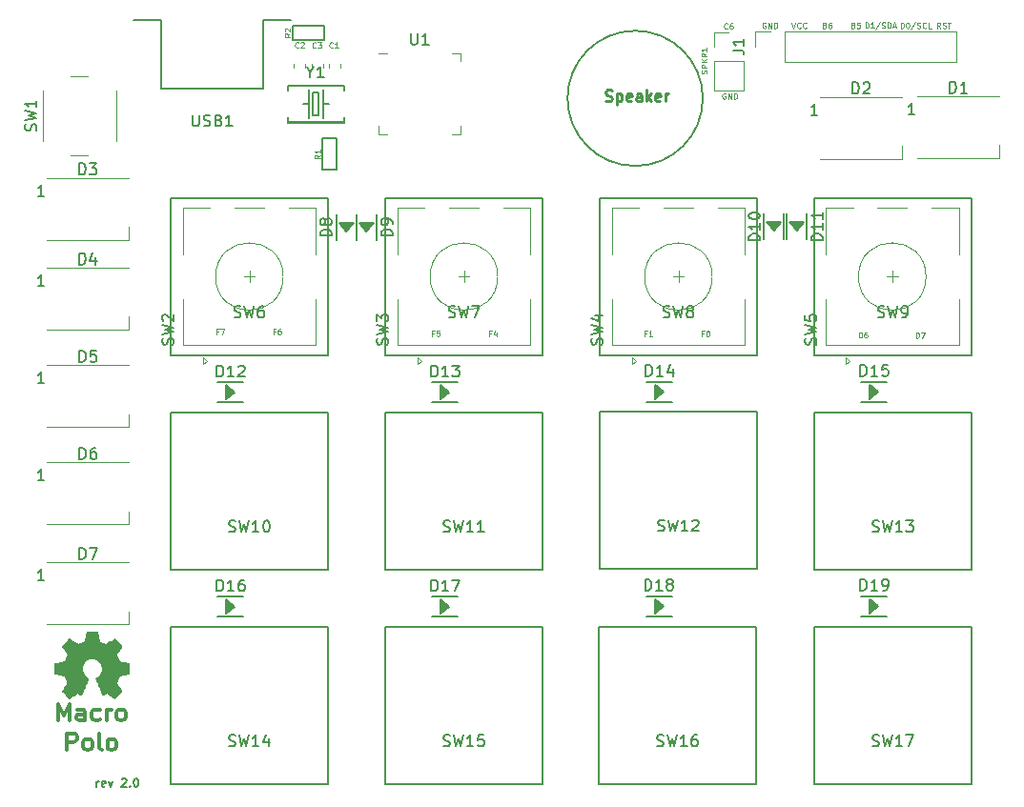
<source format=gbr>
G04 #@! TF.GenerationSoftware,KiCad,Pcbnew,(5.0.2)-1*
G04 #@! TF.CreationDate,2019-04-24T00:03:05-04:00*
G04 #@! TF.ProjectId,4x5macro,3478356d-6163-4726-9f2e-6b696361645f,rev?*
G04 #@! TF.SameCoordinates,Original*
G04 #@! TF.FileFunction,Legend,Top*
G04 #@! TF.FilePolarity,Positive*
%FSLAX46Y46*%
G04 Gerber Fmt 4.6, Leading zero omitted, Abs format (unit mm)*
G04 Created by KiCad (PCBNEW (5.0.2)-1) date 4/24/2019 12:03:05 AM*
%MOMM*%
%LPD*%
G01*
G04 APERTURE LIST*
%ADD10C,0.187500*%
%ADD11C,0.375000*%
%ADD12C,0.125000*%
%ADD13C,0.250000*%
%ADD14C,0.200000*%
%ADD15C,0.120000*%
%ADD16C,0.150000*%
%ADD17C,0.127000*%
%ADD18C,0.010000*%
%ADD19C,0.066040*%
G04 APERTURE END LIST*
D10*
X174614514Y-110092685D02*
X174614514Y-109592685D01*
X174614514Y-109735542D02*
X174650228Y-109664114D01*
X174685942Y-109628400D01*
X174757371Y-109592685D01*
X174828800Y-109592685D01*
X175364514Y-110056971D02*
X175293085Y-110092685D01*
X175150228Y-110092685D01*
X175078800Y-110056971D01*
X175043085Y-109985542D01*
X175043085Y-109699828D01*
X175078800Y-109628400D01*
X175150228Y-109592685D01*
X175293085Y-109592685D01*
X175364514Y-109628400D01*
X175400228Y-109699828D01*
X175400228Y-109771257D01*
X175043085Y-109842685D01*
X175650228Y-109592685D02*
X175828800Y-110092685D01*
X176007371Y-109592685D01*
X176828800Y-109414114D02*
X176864514Y-109378400D01*
X176935942Y-109342685D01*
X177114514Y-109342685D01*
X177185942Y-109378400D01*
X177221657Y-109414114D01*
X177257371Y-109485542D01*
X177257371Y-109556971D01*
X177221657Y-109664114D01*
X176793085Y-110092685D01*
X177257371Y-110092685D01*
X177578800Y-110021257D02*
X177614514Y-110056971D01*
X177578800Y-110092685D01*
X177543085Y-110056971D01*
X177578800Y-110021257D01*
X177578800Y-110092685D01*
X178078800Y-109342685D02*
X178150228Y-109342685D01*
X178221657Y-109378400D01*
X178257371Y-109414114D01*
X178293085Y-109485542D01*
X178328800Y-109628400D01*
X178328800Y-109806971D01*
X178293085Y-109949828D01*
X178257371Y-110021257D01*
X178221657Y-110056971D01*
X178150228Y-110092685D01*
X178078800Y-110092685D01*
X178007371Y-110056971D01*
X177971657Y-110021257D01*
X177935942Y-109949828D01*
X177900228Y-109806971D01*
X177900228Y-109628400D01*
X177935942Y-109485542D01*
X177971657Y-109414114D01*
X178007371Y-109378400D01*
X178078800Y-109342685D01*
D11*
X171165414Y-104217271D02*
X171165414Y-102717271D01*
X171665414Y-103788700D01*
X172165414Y-102717271D01*
X172165414Y-104217271D01*
X173522557Y-104217271D02*
X173522557Y-103431557D01*
X173451128Y-103288700D01*
X173308271Y-103217271D01*
X173022557Y-103217271D01*
X172879700Y-103288700D01*
X173522557Y-104145842D02*
X173379700Y-104217271D01*
X173022557Y-104217271D01*
X172879700Y-104145842D01*
X172808271Y-104002985D01*
X172808271Y-103860128D01*
X172879700Y-103717271D01*
X173022557Y-103645842D01*
X173379700Y-103645842D01*
X173522557Y-103574414D01*
X174879700Y-104145842D02*
X174736842Y-104217271D01*
X174451128Y-104217271D01*
X174308271Y-104145842D01*
X174236842Y-104074414D01*
X174165414Y-103931557D01*
X174165414Y-103502985D01*
X174236842Y-103360128D01*
X174308271Y-103288700D01*
X174451128Y-103217271D01*
X174736842Y-103217271D01*
X174879700Y-103288700D01*
X175522557Y-104217271D02*
X175522557Y-103217271D01*
X175522557Y-103502985D02*
X175593985Y-103360128D01*
X175665414Y-103288700D01*
X175808271Y-103217271D01*
X175951128Y-103217271D01*
X176665414Y-104217271D02*
X176522557Y-104145842D01*
X176451128Y-104074414D01*
X176379700Y-103931557D01*
X176379700Y-103502985D01*
X176451128Y-103360128D01*
X176522557Y-103288700D01*
X176665414Y-103217271D01*
X176879700Y-103217271D01*
X177022557Y-103288700D01*
X177093985Y-103360128D01*
X177165414Y-103502985D01*
X177165414Y-103931557D01*
X177093985Y-104074414D01*
X177022557Y-104145842D01*
X176879700Y-104217271D01*
X176665414Y-104217271D01*
X171986842Y-106842271D02*
X171986842Y-105342271D01*
X172558271Y-105342271D01*
X172701128Y-105413700D01*
X172772557Y-105485128D01*
X172843985Y-105627985D01*
X172843985Y-105842271D01*
X172772557Y-105985128D01*
X172701128Y-106056557D01*
X172558271Y-106127985D01*
X171986842Y-106127985D01*
X173701128Y-106842271D02*
X173558271Y-106770842D01*
X173486842Y-106699414D01*
X173415414Y-106556557D01*
X173415414Y-106127985D01*
X173486842Y-105985128D01*
X173558271Y-105913700D01*
X173701128Y-105842271D01*
X173915414Y-105842271D01*
X174058271Y-105913700D01*
X174129700Y-105985128D01*
X174201128Y-106127985D01*
X174201128Y-106556557D01*
X174129700Y-106699414D01*
X174058271Y-106770842D01*
X173915414Y-106842271D01*
X173701128Y-106842271D01*
X175058271Y-106842271D02*
X174915414Y-106770842D01*
X174843985Y-106627985D01*
X174843985Y-105342271D01*
X175843985Y-106842271D02*
X175701128Y-106770842D01*
X175629700Y-106699414D01*
X175558271Y-106556557D01*
X175558271Y-106127985D01*
X175629700Y-105985128D01*
X175701128Y-105913700D01*
X175843985Y-105842271D01*
X176058271Y-105842271D01*
X176201128Y-105913700D01*
X176272557Y-105985128D01*
X176343985Y-106127985D01*
X176343985Y-106556557D01*
X176272557Y-106699414D01*
X176201128Y-106770842D01*
X176058271Y-106842271D01*
X175843985Y-106842271D01*
D12*
X190460333Y-69636485D02*
X190293666Y-69636485D01*
X190293666Y-69898390D02*
X190293666Y-69398390D01*
X190531761Y-69398390D01*
X190936523Y-69398390D02*
X190841285Y-69398390D01*
X190793666Y-69422200D01*
X190769857Y-69446009D01*
X190722238Y-69517438D01*
X190698428Y-69612676D01*
X190698428Y-69803152D01*
X190722238Y-69850771D01*
X190746047Y-69874580D01*
X190793666Y-69898390D01*
X190888904Y-69898390D01*
X190936523Y-69874580D01*
X190960333Y-69850771D01*
X190984142Y-69803152D01*
X190984142Y-69684104D01*
X190960333Y-69636485D01*
X190936523Y-69612676D01*
X190888904Y-69588866D01*
X190793666Y-69588866D01*
X190746047Y-69612676D01*
X190722238Y-69636485D01*
X190698428Y-69684104D01*
X185393033Y-69623785D02*
X185226366Y-69623785D01*
X185226366Y-69885690D02*
X185226366Y-69385690D01*
X185464461Y-69385690D01*
X185607319Y-69385690D02*
X185940652Y-69385690D01*
X185726366Y-69885690D01*
X209624633Y-69801585D02*
X209457966Y-69801585D01*
X209457966Y-70063490D02*
X209457966Y-69563490D01*
X209696061Y-69563490D01*
X210100823Y-69730157D02*
X210100823Y-70063490D01*
X209981776Y-69539680D02*
X209862728Y-69896823D01*
X210172252Y-69896823D01*
X204557333Y-69788885D02*
X204390666Y-69788885D01*
X204390666Y-70050790D02*
X204390666Y-69550790D01*
X204628761Y-69550790D01*
X205057333Y-69550790D02*
X204819238Y-69550790D01*
X204795428Y-69788885D01*
X204819238Y-69765076D01*
X204866857Y-69741266D01*
X204985904Y-69741266D01*
X205033523Y-69765076D01*
X205057333Y-69788885D01*
X205081142Y-69836504D01*
X205081142Y-69955552D01*
X205057333Y-70003171D01*
X205033523Y-70026980D01*
X204985904Y-70050790D01*
X204866857Y-70050790D01*
X204819238Y-70026980D01*
X204795428Y-70003171D01*
X228496833Y-69826985D02*
X228330166Y-69826985D01*
X228330166Y-70088890D02*
X228330166Y-69588890D01*
X228568261Y-69588890D01*
X228853976Y-69588890D02*
X228901595Y-69588890D01*
X228949214Y-69612700D01*
X228973023Y-69636509D01*
X228996833Y-69684128D01*
X229020642Y-69779366D01*
X229020642Y-69898414D01*
X228996833Y-69993652D01*
X228973023Y-70041271D01*
X228949214Y-70065080D01*
X228901595Y-70088890D01*
X228853976Y-70088890D01*
X228806357Y-70065080D01*
X228782547Y-70041271D01*
X228758738Y-69993652D01*
X228734928Y-69898414D01*
X228734928Y-69779366D01*
X228758738Y-69684128D01*
X228782547Y-69636509D01*
X228806357Y-69612700D01*
X228853976Y-69588890D01*
X223429533Y-69814285D02*
X223262866Y-69814285D01*
X223262866Y-70076190D02*
X223262866Y-69576190D01*
X223500961Y-69576190D01*
X223953342Y-70076190D02*
X223667628Y-70076190D01*
X223810485Y-70076190D02*
X223810485Y-69576190D01*
X223762866Y-69647619D01*
X223715247Y-69695238D01*
X223667628Y-69719047D01*
X247357152Y-70203190D02*
X247357152Y-69703190D01*
X247476200Y-69703190D01*
X247547628Y-69727000D01*
X247595247Y-69774619D01*
X247619057Y-69822238D01*
X247642866Y-69917476D01*
X247642866Y-69988904D01*
X247619057Y-70084142D01*
X247595247Y-70131761D01*
X247547628Y-70179380D01*
X247476200Y-70203190D01*
X247357152Y-70203190D01*
X247809533Y-69703190D02*
X248142866Y-69703190D01*
X247928580Y-70203190D01*
X242289852Y-70190490D02*
X242289852Y-69690490D01*
X242408900Y-69690490D01*
X242480328Y-69714300D01*
X242527947Y-69761919D01*
X242551757Y-69809538D01*
X242575566Y-69904776D01*
X242575566Y-69976204D01*
X242551757Y-70071442D01*
X242527947Y-70119061D01*
X242480328Y-70166680D01*
X242408900Y-70190490D01*
X242289852Y-70190490D01*
X243004138Y-69690490D02*
X242908900Y-69690490D01*
X242861280Y-69714300D01*
X242837471Y-69738109D01*
X242789852Y-69809538D01*
X242766042Y-69904776D01*
X242766042Y-70095252D01*
X242789852Y-70142871D01*
X242813661Y-70166680D01*
X242861280Y-70190490D01*
X242956519Y-70190490D01*
X243004138Y-70166680D01*
X243027947Y-70142871D01*
X243051757Y-70095252D01*
X243051757Y-69976204D01*
X243027947Y-69928585D01*
X243004138Y-69904776D01*
X242956519Y-69880966D01*
X242861280Y-69880966D01*
X242813661Y-69904776D01*
X242789852Y-69928585D01*
X242766042Y-69976204D01*
X249547890Y-42682290D02*
X249381223Y-42444195D01*
X249262176Y-42682290D02*
X249262176Y-42182290D01*
X249452652Y-42182290D01*
X249500271Y-42206100D01*
X249524080Y-42229909D01*
X249547890Y-42277528D01*
X249547890Y-42348957D01*
X249524080Y-42396576D01*
X249500271Y-42420385D01*
X249452652Y-42444195D01*
X249262176Y-42444195D01*
X249738366Y-42658480D02*
X249809795Y-42682290D01*
X249928842Y-42682290D01*
X249976461Y-42658480D01*
X250000271Y-42634671D01*
X250024080Y-42587052D01*
X250024080Y-42539433D01*
X250000271Y-42491814D01*
X249976461Y-42468004D01*
X249928842Y-42444195D01*
X249833604Y-42420385D01*
X249785985Y-42396576D01*
X249762176Y-42372766D01*
X249738366Y-42325147D01*
X249738366Y-42277528D01*
X249762176Y-42229909D01*
X249785985Y-42206100D01*
X249833604Y-42182290D01*
X249952652Y-42182290D01*
X250024080Y-42206100D01*
X250166938Y-42182290D02*
X250452652Y-42182290D01*
X250309795Y-42682290D02*
X250309795Y-42182290D01*
X245998371Y-42682290D02*
X245998371Y-42182290D01*
X246117419Y-42182290D01*
X246188847Y-42206100D01*
X246236466Y-42253719D01*
X246260276Y-42301338D01*
X246284085Y-42396576D01*
X246284085Y-42468004D01*
X246260276Y-42563242D01*
X246236466Y-42610861D01*
X246188847Y-42658480D01*
X246117419Y-42682290D01*
X245998371Y-42682290D01*
X246593609Y-42182290D02*
X246641228Y-42182290D01*
X246688847Y-42206100D01*
X246712657Y-42229909D01*
X246736466Y-42277528D01*
X246760276Y-42372766D01*
X246760276Y-42491814D01*
X246736466Y-42587052D01*
X246712657Y-42634671D01*
X246688847Y-42658480D01*
X246641228Y-42682290D01*
X246593609Y-42682290D01*
X246545990Y-42658480D01*
X246522180Y-42634671D01*
X246498371Y-42587052D01*
X246474561Y-42491814D01*
X246474561Y-42372766D01*
X246498371Y-42277528D01*
X246522180Y-42229909D01*
X246545990Y-42206100D01*
X246593609Y-42182290D01*
X247331704Y-42158480D02*
X246903133Y-42801338D01*
X247474561Y-42658480D02*
X247545990Y-42682290D01*
X247665038Y-42682290D01*
X247712657Y-42658480D01*
X247736466Y-42634671D01*
X247760276Y-42587052D01*
X247760276Y-42539433D01*
X247736466Y-42491814D01*
X247712657Y-42468004D01*
X247665038Y-42444195D01*
X247569800Y-42420385D01*
X247522180Y-42396576D01*
X247498371Y-42372766D01*
X247474561Y-42325147D01*
X247474561Y-42277528D01*
X247498371Y-42229909D01*
X247522180Y-42206100D01*
X247569800Y-42182290D01*
X247688847Y-42182290D01*
X247760276Y-42206100D01*
X248260276Y-42634671D02*
X248236466Y-42658480D01*
X248165038Y-42682290D01*
X248117419Y-42682290D01*
X248045990Y-42658480D01*
X247998371Y-42610861D01*
X247974561Y-42563242D01*
X247950752Y-42468004D01*
X247950752Y-42396576D01*
X247974561Y-42301338D01*
X247998371Y-42253719D01*
X248045990Y-42206100D01*
X248117419Y-42182290D01*
X248165038Y-42182290D01*
X248236466Y-42206100D01*
X248260276Y-42229909D01*
X248712657Y-42682290D02*
X248474561Y-42682290D01*
X248474561Y-42182290D01*
X242874966Y-42669590D02*
X242874966Y-42169590D01*
X242994014Y-42169590D01*
X243065442Y-42193400D01*
X243113061Y-42241019D01*
X243136871Y-42288638D01*
X243160680Y-42383876D01*
X243160680Y-42455304D01*
X243136871Y-42550542D01*
X243113061Y-42598161D01*
X243065442Y-42645780D01*
X242994014Y-42669590D01*
X242874966Y-42669590D01*
X243636871Y-42669590D02*
X243351157Y-42669590D01*
X243494014Y-42669590D02*
X243494014Y-42169590D01*
X243446395Y-42241019D01*
X243398776Y-42288638D01*
X243351157Y-42312447D01*
X244208300Y-42145780D02*
X243779728Y-42788638D01*
X244351157Y-42645780D02*
X244422585Y-42669590D01*
X244541633Y-42669590D01*
X244589252Y-42645780D01*
X244613061Y-42621971D01*
X244636871Y-42574352D01*
X244636871Y-42526733D01*
X244613061Y-42479114D01*
X244589252Y-42455304D01*
X244541633Y-42431495D01*
X244446395Y-42407685D01*
X244398776Y-42383876D01*
X244374966Y-42360066D01*
X244351157Y-42312447D01*
X244351157Y-42264828D01*
X244374966Y-42217209D01*
X244398776Y-42193400D01*
X244446395Y-42169590D01*
X244565442Y-42169590D01*
X244636871Y-42193400D01*
X244851157Y-42669590D02*
X244851157Y-42169590D01*
X244970204Y-42169590D01*
X245041633Y-42193400D01*
X245089252Y-42241019D01*
X245113061Y-42288638D01*
X245136871Y-42383876D01*
X245136871Y-42455304D01*
X245113061Y-42550542D01*
X245089252Y-42598161D01*
X245041633Y-42645780D01*
X244970204Y-42669590D01*
X244851157Y-42669590D01*
X245327347Y-42526733D02*
X245565442Y-42526733D01*
X245279728Y-42669590D02*
X245446395Y-42169590D01*
X245613061Y-42669590D01*
X241796119Y-42420385D02*
X241867547Y-42444195D01*
X241891357Y-42468004D01*
X241915166Y-42515623D01*
X241915166Y-42587052D01*
X241891357Y-42634671D01*
X241867547Y-42658480D01*
X241819928Y-42682290D01*
X241629452Y-42682290D01*
X241629452Y-42182290D01*
X241796119Y-42182290D01*
X241843738Y-42206100D01*
X241867547Y-42229909D01*
X241891357Y-42277528D01*
X241891357Y-42325147D01*
X241867547Y-42372766D01*
X241843738Y-42396576D01*
X241796119Y-42420385D01*
X241629452Y-42420385D01*
X242367547Y-42182290D02*
X242129452Y-42182290D01*
X242105642Y-42420385D01*
X242129452Y-42396576D01*
X242177071Y-42372766D01*
X242296119Y-42372766D01*
X242343738Y-42396576D01*
X242367547Y-42420385D01*
X242391357Y-42468004D01*
X242391357Y-42587052D01*
X242367547Y-42634671D01*
X242343738Y-42658480D01*
X242296119Y-42682290D01*
X242177071Y-42682290D01*
X242129452Y-42658480D01*
X242105642Y-42634671D01*
X239268819Y-42420385D02*
X239340247Y-42444195D01*
X239364057Y-42468004D01*
X239387866Y-42515623D01*
X239387866Y-42587052D01*
X239364057Y-42634671D01*
X239340247Y-42658480D01*
X239292628Y-42682290D01*
X239102152Y-42682290D01*
X239102152Y-42182290D01*
X239268819Y-42182290D01*
X239316438Y-42206100D01*
X239340247Y-42229909D01*
X239364057Y-42277528D01*
X239364057Y-42325147D01*
X239340247Y-42372766D01*
X239316438Y-42396576D01*
X239268819Y-42420385D01*
X239102152Y-42420385D01*
X239816438Y-42182290D02*
X239721200Y-42182290D01*
X239673580Y-42206100D01*
X239649771Y-42229909D01*
X239602152Y-42301338D01*
X239578342Y-42396576D01*
X239578342Y-42587052D01*
X239602152Y-42634671D01*
X239625961Y-42658480D01*
X239673580Y-42682290D01*
X239768819Y-42682290D01*
X239816438Y-42658480D01*
X239840247Y-42634671D01*
X239864057Y-42587052D01*
X239864057Y-42468004D01*
X239840247Y-42420385D01*
X239816438Y-42396576D01*
X239768819Y-42372766D01*
X239673580Y-42372766D01*
X239625961Y-42396576D01*
X239602152Y-42420385D01*
X239578342Y-42468004D01*
X236340733Y-42182290D02*
X236507400Y-42682290D01*
X236674066Y-42182290D01*
X237126447Y-42634671D02*
X237102638Y-42658480D01*
X237031209Y-42682290D01*
X236983590Y-42682290D01*
X236912161Y-42658480D01*
X236864542Y-42610861D01*
X236840733Y-42563242D01*
X236816923Y-42468004D01*
X236816923Y-42396576D01*
X236840733Y-42301338D01*
X236864542Y-42253719D01*
X236912161Y-42206100D01*
X236983590Y-42182290D01*
X237031209Y-42182290D01*
X237102638Y-42206100D01*
X237126447Y-42229909D01*
X237626447Y-42634671D02*
X237602638Y-42658480D01*
X237531209Y-42682290D01*
X237483590Y-42682290D01*
X237412161Y-42658480D01*
X237364542Y-42610861D01*
X237340733Y-42563242D01*
X237316923Y-42468004D01*
X237316923Y-42396576D01*
X237340733Y-42301338D01*
X237364542Y-42253719D01*
X237412161Y-42206100D01*
X237483590Y-42182290D01*
X237531209Y-42182290D01*
X237602638Y-42206100D01*
X237626447Y-42229909D01*
X230441547Y-48479900D02*
X230393928Y-48456090D01*
X230322500Y-48456090D01*
X230251071Y-48479900D01*
X230203452Y-48527519D01*
X230179642Y-48575138D01*
X230155833Y-48670376D01*
X230155833Y-48741804D01*
X230179642Y-48837042D01*
X230203452Y-48884661D01*
X230251071Y-48932280D01*
X230322500Y-48956090D01*
X230370119Y-48956090D01*
X230441547Y-48932280D01*
X230465357Y-48908471D01*
X230465357Y-48741804D01*
X230370119Y-48741804D01*
X230679642Y-48956090D02*
X230679642Y-48456090D01*
X230965357Y-48956090D01*
X230965357Y-48456090D01*
X231203452Y-48956090D02*
X231203452Y-48456090D01*
X231322500Y-48456090D01*
X231393928Y-48479900D01*
X231441547Y-48527519D01*
X231465357Y-48575138D01*
X231489166Y-48670376D01*
X231489166Y-48741804D01*
X231465357Y-48837042D01*
X231441547Y-48884661D01*
X231393928Y-48932280D01*
X231322500Y-48956090D01*
X231203452Y-48956090D01*
X230624866Y-42698171D02*
X230601057Y-42721980D01*
X230529628Y-42745790D01*
X230482009Y-42745790D01*
X230410580Y-42721980D01*
X230362961Y-42674361D01*
X230339152Y-42626742D01*
X230315342Y-42531504D01*
X230315342Y-42460076D01*
X230339152Y-42364838D01*
X230362961Y-42317219D01*
X230410580Y-42269600D01*
X230482009Y-42245790D01*
X230529628Y-42245790D01*
X230601057Y-42269600D01*
X230624866Y-42293409D01*
X231053438Y-42245790D02*
X230958200Y-42245790D01*
X230910580Y-42269600D01*
X230886771Y-42293409D01*
X230839152Y-42364838D01*
X230815342Y-42460076D01*
X230815342Y-42650552D01*
X230839152Y-42698171D01*
X230862961Y-42721980D01*
X230910580Y-42745790D01*
X231005819Y-42745790D01*
X231053438Y-42721980D01*
X231077247Y-42698171D01*
X231101057Y-42650552D01*
X231101057Y-42531504D01*
X231077247Y-42483885D01*
X231053438Y-42460076D01*
X231005819Y-42436266D01*
X230910580Y-42436266D01*
X230862961Y-42460076D01*
X230839152Y-42483885D01*
X230815342Y-42531504D01*
X234010247Y-42206100D02*
X233962628Y-42182290D01*
X233891200Y-42182290D01*
X233819771Y-42206100D01*
X233772152Y-42253719D01*
X233748342Y-42301338D01*
X233724533Y-42396576D01*
X233724533Y-42468004D01*
X233748342Y-42563242D01*
X233772152Y-42610861D01*
X233819771Y-42658480D01*
X233891200Y-42682290D01*
X233938819Y-42682290D01*
X234010247Y-42658480D01*
X234034057Y-42634671D01*
X234034057Y-42468004D01*
X233938819Y-42468004D01*
X234248342Y-42682290D02*
X234248342Y-42182290D01*
X234534057Y-42682290D01*
X234534057Y-42182290D01*
X234772152Y-42682290D02*
X234772152Y-42182290D01*
X234891200Y-42182290D01*
X234962628Y-42206100D01*
X235010247Y-42253719D01*
X235034057Y-42301338D01*
X235057866Y-42396576D01*
X235057866Y-42468004D01*
X235034057Y-42563242D01*
X235010247Y-42610861D01*
X234962628Y-42658480D01*
X234891200Y-42682290D01*
X234772152Y-42682290D01*
D13*
X219792895Y-49121961D02*
X219935752Y-49169580D01*
X220173847Y-49169580D01*
X220269085Y-49121961D01*
X220316704Y-49074342D01*
X220364323Y-48979104D01*
X220364323Y-48883866D01*
X220316704Y-48788628D01*
X220269085Y-48741009D01*
X220173847Y-48693390D01*
X219983371Y-48645771D01*
X219888133Y-48598152D01*
X219840514Y-48550533D01*
X219792895Y-48455295D01*
X219792895Y-48360057D01*
X219840514Y-48264819D01*
X219888133Y-48217200D01*
X219983371Y-48169580D01*
X220221466Y-48169580D01*
X220364323Y-48217200D01*
X220792895Y-48502914D02*
X220792895Y-49502914D01*
X220792895Y-48550533D02*
X220888133Y-48502914D01*
X221078609Y-48502914D01*
X221173847Y-48550533D01*
X221221466Y-48598152D01*
X221269085Y-48693390D01*
X221269085Y-48979104D01*
X221221466Y-49074342D01*
X221173847Y-49121961D01*
X221078609Y-49169580D01*
X220888133Y-49169580D01*
X220792895Y-49121961D01*
X222078609Y-49121961D02*
X221983371Y-49169580D01*
X221792895Y-49169580D01*
X221697657Y-49121961D01*
X221650038Y-49026723D01*
X221650038Y-48645771D01*
X221697657Y-48550533D01*
X221792895Y-48502914D01*
X221983371Y-48502914D01*
X222078609Y-48550533D01*
X222126228Y-48645771D01*
X222126228Y-48741009D01*
X221650038Y-48836247D01*
X222983371Y-49169580D02*
X222983371Y-48645771D01*
X222935752Y-48550533D01*
X222840514Y-48502914D01*
X222650038Y-48502914D01*
X222554800Y-48550533D01*
X222983371Y-49121961D02*
X222888133Y-49169580D01*
X222650038Y-49169580D01*
X222554800Y-49121961D01*
X222507180Y-49026723D01*
X222507180Y-48931485D01*
X222554800Y-48836247D01*
X222650038Y-48788628D01*
X222888133Y-48788628D01*
X222983371Y-48741009D01*
X223459561Y-49169580D02*
X223459561Y-48169580D01*
X223554800Y-48788628D02*
X223840514Y-49169580D01*
X223840514Y-48502914D02*
X223459561Y-48883866D01*
X224650038Y-49121961D02*
X224554800Y-49169580D01*
X224364323Y-49169580D01*
X224269085Y-49121961D01*
X224221466Y-49026723D01*
X224221466Y-48645771D01*
X224269085Y-48550533D01*
X224364323Y-48502914D01*
X224554800Y-48502914D01*
X224650038Y-48550533D01*
X224697657Y-48645771D01*
X224697657Y-48741009D01*
X224221466Y-48836247D01*
X225126228Y-49169580D02*
X225126228Y-48502914D01*
X225126228Y-48693390D02*
X225173847Y-48598152D01*
X225221466Y-48550533D01*
X225316704Y-48502914D01*
X225411942Y-48502914D01*
D14*
X228436430Y-48920400D02*
G75*
G03X228436430Y-48920400I-6007865J0D01*
G01*
D15*
G04 #@! TO.C,D6*
X170174900Y-81273200D02*
X177474900Y-81273200D01*
X170174900Y-86773200D02*
X177474900Y-86773200D01*
X177474900Y-86773200D02*
X177474900Y-85623200D01*
D16*
G04 #@! TO.C,SW17*
X238315500Y-109855000D02*
X238315500Y-95885000D01*
X252285500Y-109855000D02*
X238315500Y-109855000D01*
X252285500Y-95885000D02*
X252285500Y-109855000D01*
X238315500Y-95885000D02*
X252285500Y-95885000D01*
G04 #@! TO.C,SW16*
X219202000Y-109855000D02*
X219202000Y-95885000D01*
X233172000Y-109855000D02*
X219202000Y-109855000D01*
X233172000Y-95885000D02*
X233172000Y-109855000D01*
X219202000Y-95885000D02*
X233172000Y-95885000D01*
G04 #@! TO.C,SW15*
X200215500Y-109855000D02*
X200215500Y-95885000D01*
X214185500Y-109855000D02*
X200215500Y-109855000D01*
X214185500Y-95885000D02*
X214185500Y-109855000D01*
X200215500Y-95885000D02*
X214185500Y-95885000D01*
G04 #@! TO.C,SW14*
X181165500Y-109855000D02*
X181165500Y-95885000D01*
X195135500Y-109855000D02*
X181165500Y-109855000D01*
X195135500Y-95885000D02*
X195135500Y-109855000D01*
X181165500Y-95885000D02*
X195135500Y-95885000D01*
G04 #@! TO.C,SW13*
X238315500Y-90805000D02*
X238315500Y-76835000D01*
X252285500Y-90805000D02*
X238315500Y-90805000D01*
X252285500Y-76835000D02*
X252285500Y-90805000D01*
X238315500Y-76835000D02*
X252285500Y-76835000D01*
G04 #@! TO.C,SW12*
X219265500Y-90741500D02*
X219265500Y-76771500D01*
X233235500Y-90741500D02*
X219265500Y-90741500D01*
X233235500Y-76771500D02*
X233235500Y-90741500D01*
X219265500Y-76771500D02*
X233235500Y-76771500D01*
G04 #@! TO.C,SW11*
X200215500Y-90805000D02*
X200215500Y-76835000D01*
X214185500Y-90805000D02*
X200215500Y-90805000D01*
X214185500Y-76835000D02*
X214185500Y-90805000D01*
X200215500Y-76835000D02*
X214185500Y-76835000D01*
G04 #@! TO.C,SW10*
X181165500Y-90805000D02*
X181165500Y-76835000D01*
X195135500Y-90805000D02*
X181165500Y-90805000D01*
X195135500Y-76835000D02*
X195135500Y-90805000D01*
X181165500Y-76835000D02*
X195135500Y-76835000D01*
G04 #@! TO.C,SW9*
X238315500Y-71755000D02*
X238315500Y-57785000D01*
X252285500Y-71755000D02*
X238315500Y-71755000D01*
X252285500Y-57785000D02*
X252285500Y-71755000D01*
X238315500Y-57785000D02*
X252285500Y-57785000D01*
G04 #@! TO.C,SW7*
X200215500Y-71755000D02*
X200215500Y-57785000D01*
X214185500Y-71755000D02*
X200215500Y-71755000D01*
X214185500Y-57785000D02*
X214185500Y-71755000D01*
X200215500Y-57785000D02*
X214185500Y-57785000D01*
G04 #@! TO.C,SW6*
X181165500Y-71755000D02*
X181165500Y-57785000D01*
X195135500Y-71755000D02*
X181165500Y-71755000D01*
X195135500Y-57785000D02*
X195135500Y-71755000D01*
X181165500Y-57785000D02*
X195135500Y-57785000D01*
G04 #@! TO.C,SW8*
X219265500Y-71755000D02*
X219265500Y-57785000D01*
X233235500Y-71755000D02*
X219265500Y-71755000D01*
X233235500Y-57785000D02*
X233235500Y-71755000D01*
X219265500Y-57785000D02*
X233235500Y-57785000D01*
D17*
G04 #@! TO.C,D14*
X224472500Y-74866500D02*
X224472500Y-74993500D01*
X224345500Y-75120500D02*
X224472500Y-74866500D01*
X224599500Y-74993500D02*
X224345500Y-75120500D01*
X224472500Y-74866500D02*
X224599500Y-74993500D01*
X224345500Y-74739500D02*
X224472500Y-74866500D01*
X224345500Y-75120500D02*
X224345500Y-74739500D01*
X224345500Y-75247500D02*
X224345500Y-75120500D01*
X224726500Y-74993500D02*
X224345500Y-75247500D01*
X224345500Y-74612500D02*
X224726500Y-74993500D01*
X224218500Y-75374500D02*
X224345500Y-74612500D01*
X224853500Y-74993500D02*
X224218500Y-75374500D01*
X224345500Y-74485500D02*
X224853500Y-74993500D01*
X224218500Y-75501500D02*
X224345500Y-74485500D01*
X224980500Y-74993500D02*
X224218500Y-75501500D01*
X224218500Y-74358500D02*
X224980500Y-74993500D01*
X224218500Y-75374500D02*
X224218500Y-74358500D01*
X224218500Y-75501500D02*
X224218500Y-75374500D01*
X224218500Y-75628500D02*
X224218500Y-75501500D01*
X224980500Y-74993500D02*
X224218500Y-75628500D01*
X225742500Y-75882500D02*
X223456500Y-75882500D01*
X223456500Y-74104500D02*
X225742500Y-74104500D01*
G04 #@! TO.C,D19*
X243522500Y-93916500D02*
X243522500Y-94043500D01*
X243395500Y-94170500D02*
X243522500Y-93916500D01*
X243649500Y-94043500D02*
X243395500Y-94170500D01*
X243522500Y-93916500D02*
X243649500Y-94043500D01*
X243395500Y-93789500D02*
X243522500Y-93916500D01*
X243395500Y-94170500D02*
X243395500Y-93789500D01*
X243395500Y-94297500D02*
X243395500Y-94170500D01*
X243776500Y-94043500D02*
X243395500Y-94297500D01*
X243395500Y-93662500D02*
X243776500Y-94043500D01*
X243268500Y-94424500D02*
X243395500Y-93662500D01*
X243903500Y-94043500D02*
X243268500Y-94424500D01*
X243395500Y-93535500D02*
X243903500Y-94043500D01*
X243268500Y-94551500D02*
X243395500Y-93535500D01*
X244030500Y-94043500D02*
X243268500Y-94551500D01*
X243268500Y-93408500D02*
X244030500Y-94043500D01*
X243268500Y-94424500D02*
X243268500Y-93408500D01*
X243268500Y-94551500D02*
X243268500Y-94424500D01*
X243268500Y-94678500D02*
X243268500Y-94551500D01*
X244030500Y-94043500D02*
X243268500Y-94678500D01*
X244792500Y-94932500D02*
X242506500Y-94932500D01*
X242506500Y-93154500D02*
X244792500Y-93154500D01*
G04 #@! TO.C,D18*
X224409000Y-93916500D02*
X224409000Y-94043500D01*
X224282000Y-94170500D02*
X224409000Y-93916500D01*
X224536000Y-94043500D02*
X224282000Y-94170500D01*
X224409000Y-93916500D02*
X224536000Y-94043500D01*
X224282000Y-93789500D02*
X224409000Y-93916500D01*
X224282000Y-94170500D02*
X224282000Y-93789500D01*
X224282000Y-94297500D02*
X224282000Y-94170500D01*
X224663000Y-94043500D02*
X224282000Y-94297500D01*
X224282000Y-93662500D02*
X224663000Y-94043500D01*
X224155000Y-94424500D02*
X224282000Y-93662500D01*
X224790000Y-94043500D02*
X224155000Y-94424500D01*
X224282000Y-93535500D02*
X224790000Y-94043500D01*
X224155000Y-94551500D02*
X224282000Y-93535500D01*
X224917000Y-94043500D02*
X224155000Y-94551500D01*
X224155000Y-93408500D02*
X224917000Y-94043500D01*
X224155000Y-94424500D02*
X224155000Y-93408500D01*
X224155000Y-94551500D02*
X224155000Y-94424500D01*
X224155000Y-94678500D02*
X224155000Y-94551500D01*
X224917000Y-94043500D02*
X224155000Y-94678500D01*
X225679000Y-94932500D02*
X223393000Y-94932500D01*
X223393000Y-93154500D02*
X225679000Y-93154500D01*
G04 #@! TO.C,D17*
X205422500Y-93980000D02*
X205422500Y-94107000D01*
X205295500Y-94234000D02*
X205422500Y-93980000D01*
X205549500Y-94107000D02*
X205295500Y-94234000D01*
X205422500Y-93980000D02*
X205549500Y-94107000D01*
X205295500Y-93853000D02*
X205422500Y-93980000D01*
X205295500Y-94234000D02*
X205295500Y-93853000D01*
X205295500Y-94361000D02*
X205295500Y-94234000D01*
X205676500Y-94107000D02*
X205295500Y-94361000D01*
X205295500Y-93726000D02*
X205676500Y-94107000D01*
X205168500Y-94488000D02*
X205295500Y-93726000D01*
X205803500Y-94107000D02*
X205168500Y-94488000D01*
X205295500Y-93599000D02*
X205803500Y-94107000D01*
X205168500Y-94615000D02*
X205295500Y-93599000D01*
X205930500Y-94107000D02*
X205168500Y-94615000D01*
X205168500Y-93472000D02*
X205930500Y-94107000D01*
X205168500Y-94488000D02*
X205168500Y-93472000D01*
X205168500Y-94615000D02*
X205168500Y-94488000D01*
X205168500Y-94742000D02*
X205168500Y-94615000D01*
X205930500Y-94107000D02*
X205168500Y-94742000D01*
X206692500Y-94996000D02*
X204406500Y-94996000D01*
X204406500Y-93218000D02*
X206692500Y-93218000D01*
G04 #@! TO.C,D16*
X186372500Y-93980000D02*
X186372500Y-94107000D01*
X186245500Y-94234000D02*
X186372500Y-93980000D01*
X186499500Y-94107000D02*
X186245500Y-94234000D01*
X186372500Y-93980000D02*
X186499500Y-94107000D01*
X186245500Y-93853000D02*
X186372500Y-93980000D01*
X186245500Y-94234000D02*
X186245500Y-93853000D01*
X186245500Y-94361000D02*
X186245500Y-94234000D01*
X186626500Y-94107000D02*
X186245500Y-94361000D01*
X186245500Y-93726000D02*
X186626500Y-94107000D01*
X186118500Y-94488000D02*
X186245500Y-93726000D01*
X186753500Y-94107000D02*
X186118500Y-94488000D01*
X186245500Y-93599000D02*
X186753500Y-94107000D01*
X186118500Y-94615000D02*
X186245500Y-93599000D01*
X186880500Y-94107000D02*
X186118500Y-94615000D01*
X186118500Y-93472000D02*
X186880500Y-94107000D01*
X186118500Y-94488000D02*
X186118500Y-93472000D01*
X186118500Y-94615000D02*
X186118500Y-94488000D01*
X186118500Y-94742000D02*
X186118500Y-94615000D01*
X186880500Y-94107000D02*
X186118500Y-94742000D01*
X187642500Y-94996000D02*
X185356500Y-94996000D01*
X185356500Y-93218000D02*
X187642500Y-93218000D01*
G04 #@! TO.C,D15*
X243522500Y-74866500D02*
X243522500Y-74993500D01*
X243395500Y-75120500D02*
X243522500Y-74866500D01*
X243649500Y-74993500D02*
X243395500Y-75120500D01*
X243522500Y-74866500D02*
X243649500Y-74993500D01*
X243395500Y-74739500D02*
X243522500Y-74866500D01*
X243395500Y-75120500D02*
X243395500Y-74739500D01*
X243395500Y-75247500D02*
X243395500Y-75120500D01*
X243776500Y-74993500D02*
X243395500Y-75247500D01*
X243395500Y-74612500D02*
X243776500Y-74993500D01*
X243268500Y-75374500D02*
X243395500Y-74612500D01*
X243903500Y-74993500D02*
X243268500Y-75374500D01*
X243395500Y-74485500D02*
X243903500Y-74993500D01*
X243268500Y-75501500D02*
X243395500Y-74485500D01*
X244030500Y-74993500D02*
X243268500Y-75501500D01*
X243268500Y-74358500D02*
X244030500Y-74993500D01*
X243268500Y-75374500D02*
X243268500Y-74358500D01*
X243268500Y-75501500D02*
X243268500Y-75374500D01*
X243268500Y-75628500D02*
X243268500Y-75501500D01*
X244030500Y-74993500D02*
X243268500Y-75628500D01*
X244792500Y-75882500D02*
X242506500Y-75882500D01*
X242506500Y-74104500D02*
X244792500Y-74104500D01*
G04 #@! TO.C,D13*
X205422500Y-74930000D02*
X205422500Y-75057000D01*
X205295500Y-75184000D02*
X205422500Y-74930000D01*
X205549500Y-75057000D02*
X205295500Y-75184000D01*
X205422500Y-74930000D02*
X205549500Y-75057000D01*
X205295500Y-74803000D02*
X205422500Y-74930000D01*
X205295500Y-75184000D02*
X205295500Y-74803000D01*
X205295500Y-75311000D02*
X205295500Y-75184000D01*
X205676500Y-75057000D02*
X205295500Y-75311000D01*
X205295500Y-74676000D02*
X205676500Y-75057000D01*
X205168500Y-75438000D02*
X205295500Y-74676000D01*
X205803500Y-75057000D02*
X205168500Y-75438000D01*
X205295500Y-74549000D02*
X205803500Y-75057000D01*
X205168500Y-75565000D02*
X205295500Y-74549000D01*
X205930500Y-75057000D02*
X205168500Y-75565000D01*
X205168500Y-74422000D02*
X205930500Y-75057000D01*
X205168500Y-75438000D02*
X205168500Y-74422000D01*
X205168500Y-75565000D02*
X205168500Y-75438000D01*
X205168500Y-75692000D02*
X205168500Y-75565000D01*
X205930500Y-75057000D02*
X205168500Y-75692000D01*
X206692500Y-75946000D02*
X204406500Y-75946000D01*
X204406500Y-74168000D02*
X206692500Y-74168000D01*
G04 #@! TO.C,D12*
X186372500Y-74930000D02*
X186372500Y-75057000D01*
X186245500Y-75184000D02*
X186372500Y-74930000D01*
X186499500Y-75057000D02*
X186245500Y-75184000D01*
X186372500Y-74930000D02*
X186499500Y-75057000D01*
X186245500Y-74803000D02*
X186372500Y-74930000D01*
X186245500Y-75184000D02*
X186245500Y-74803000D01*
X186245500Y-75311000D02*
X186245500Y-75184000D01*
X186626500Y-75057000D02*
X186245500Y-75311000D01*
X186245500Y-74676000D02*
X186626500Y-75057000D01*
X186118500Y-75438000D02*
X186245500Y-74676000D01*
X186753500Y-75057000D02*
X186118500Y-75438000D01*
X186245500Y-74549000D02*
X186753500Y-75057000D01*
X186118500Y-75565000D02*
X186245500Y-74549000D01*
X186880500Y-75057000D02*
X186118500Y-75565000D01*
X186118500Y-74422000D02*
X186880500Y-75057000D01*
X186118500Y-75438000D02*
X186118500Y-74422000D01*
X186118500Y-75565000D02*
X186118500Y-75438000D01*
X186118500Y-75692000D02*
X186118500Y-75565000D01*
X186880500Y-75057000D02*
X186118500Y-75692000D01*
X187642500Y-75946000D02*
X185356500Y-75946000D01*
X185356500Y-74168000D02*
X187642500Y-74168000D01*
G04 #@! TO.C,D11*
X236918500Y-60198000D02*
X236791500Y-60198000D01*
X236664500Y-60071000D02*
X236918500Y-60198000D01*
X236791500Y-60325000D02*
X236664500Y-60071000D01*
X236918500Y-60198000D02*
X236791500Y-60325000D01*
X237045500Y-60071000D02*
X236918500Y-60198000D01*
X236664500Y-60071000D02*
X237045500Y-60071000D01*
X236537500Y-60071000D02*
X236664500Y-60071000D01*
X236791500Y-60452000D02*
X236537500Y-60071000D01*
X237172500Y-60071000D02*
X236791500Y-60452000D01*
X236410500Y-59944000D02*
X237172500Y-60071000D01*
X236791500Y-60579000D02*
X236410500Y-59944000D01*
X237299500Y-60071000D02*
X236791500Y-60579000D01*
X236283500Y-59944000D02*
X237299500Y-60071000D01*
X236791500Y-60706000D02*
X236283500Y-59944000D01*
X237426500Y-59944000D02*
X236791500Y-60706000D01*
X236410500Y-59944000D02*
X237426500Y-59944000D01*
X236283500Y-59944000D02*
X236410500Y-59944000D01*
X236156500Y-59944000D02*
X236283500Y-59944000D01*
X236791500Y-60706000D02*
X236156500Y-59944000D01*
X235902500Y-61468000D02*
X235902500Y-59182000D01*
X237680500Y-59182000D02*
X237680500Y-61468000D01*
G04 #@! TO.C,D10*
X234886500Y-60198000D02*
X234759500Y-60198000D01*
X234632500Y-60071000D02*
X234886500Y-60198000D01*
X234759500Y-60325000D02*
X234632500Y-60071000D01*
X234886500Y-60198000D02*
X234759500Y-60325000D01*
X235013500Y-60071000D02*
X234886500Y-60198000D01*
X234632500Y-60071000D02*
X235013500Y-60071000D01*
X234505500Y-60071000D02*
X234632500Y-60071000D01*
X234759500Y-60452000D02*
X234505500Y-60071000D01*
X235140500Y-60071000D02*
X234759500Y-60452000D01*
X234378500Y-59944000D02*
X235140500Y-60071000D01*
X234759500Y-60579000D02*
X234378500Y-59944000D01*
X235267500Y-60071000D02*
X234759500Y-60579000D01*
X234251500Y-59944000D02*
X235267500Y-60071000D01*
X234759500Y-60706000D02*
X234251500Y-59944000D01*
X235394500Y-59944000D02*
X234759500Y-60706000D01*
X234378500Y-59944000D02*
X235394500Y-59944000D01*
X234251500Y-59944000D02*
X234378500Y-59944000D01*
X234124500Y-59944000D02*
X234251500Y-59944000D01*
X234759500Y-60706000D02*
X234124500Y-59944000D01*
X233870500Y-61468000D02*
X233870500Y-59182000D01*
X235648500Y-59182000D02*
X235648500Y-61468000D01*
G04 #@! TO.C,D9*
X198691500Y-60261500D02*
X198564500Y-60261500D01*
X198437500Y-60134500D02*
X198691500Y-60261500D01*
X198564500Y-60388500D02*
X198437500Y-60134500D01*
X198691500Y-60261500D02*
X198564500Y-60388500D01*
X198818500Y-60134500D02*
X198691500Y-60261500D01*
X198437500Y-60134500D02*
X198818500Y-60134500D01*
X198310500Y-60134500D02*
X198437500Y-60134500D01*
X198564500Y-60515500D02*
X198310500Y-60134500D01*
X198945500Y-60134500D02*
X198564500Y-60515500D01*
X198183500Y-60007500D02*
X198945500Y-60134500D01*
X198564500Y-60642500D02*
X198183500Y-60007500D01*
X199072500Y-60134500D02*
X198564500Y-60642500D01*
X198056500Y-60007500D02*
X199072500Y-60134500D01*
X198564500Y-60769500D02*
X198056500Y-60007500D01*
X199199500Y-60007500D02*
X198564500Y-60769500D01*
X198183500Y-60007500D02*
X199199500Y-60007500D01*
X198056500Y-60007500D02*
X198183500Y-60007500D01*
X197929500Y-60007500D02*
X198056500Y-60007500D01*
X198564500Y-60769500D02*
X197929500Y-60007500D01*
X197675500Y-61531500D02*
X197675500Y-59245500D01*
X199453500Y-59245500D02*
X199453500Y-61531500D01*
G04 #@! TO.C,D8*
X196913500Y-60261500D02*
X196786500Y-60261500D01*
X196659500Y-60134500D02*
X196913500Y-60261500D01*
X196786500Y-60388500D02*
X196659500Y-60134500D01*
X196913500Y-60261500D02*
X196786500Y-60388500D01*
X197040500Y-60134500D02*
X196913500Y-60261500D01*
X196659500Y-60134500D02*
X197040500Y-60134500D01*
X196532500Y-60134500D02*
X196659500Y-60134500D01*
X196786500Y-60515500D02*
X196532500Y-60134500D01*
X197167500Y-60134500D02*
X196786500Y-60515500D01*
X196405500Y-60007500D02*
X197167500Y-60134500D01*
X196786500Y-60642500D02*
X196405500Y-60007500D01*
X197294500Y-60134500D02*
X196786500Y-60642500D01*
X196278500Y-60007500D02*
X197294500Y-60134500D01*
X196786500Y-60769500D02*
X196278500Y-60007500D01*
X197421500Y-60007500D02*
X196786500Y-60769500D01*
X196405500Y-60007500D02*
X197421500Y-60007500D01*
X196278500Y-60007500D02*
X196405500Y-60007500D01*
X196151500Y-60007500D02*
X196278500Y-60007500D01*
X196786500Y-60769500D02*
X196151500Y-60007500D01*
X195897500Y-61531500D02*
X195897500Y-59245500D01*
X197675500Y-59245500D02*
X197675500Y-61531500D01*
D15*
G04 #@! TO.C,D1*
X254767100Y-54235800D02*
X254767100Y-53085800D01*
X247467100Y-54235800D02*
X254767100Y-54235800D01*
X247467100Y-48735800D02*
X254767100Y-48735800D01*
G04 #@! TO.C,D2*
X238831100Y-48799300D02*
X246131100Y-48799300D01*
X238831100Y-54299300D02*
X246131100Y-54299300D01*
X246131100Y-54299300D02*
X246131100Y-53149300D01*
G04 #@! TO.C,D3*
X177462200Y-61500200D02*
X177462200Y-60350200D01*
X170162200Y-61500200D02*
X177462200Y-61500200D01*
X170162200Y-56000200D02*
X177462200Y-56000200D01*
G04 #@! TO.C,D4*
X170162200Y-63975800D02*
X177462200Y-63975800D01*
X170162200Y-69475800D02*
X177462200Y-69475800D01*
X177462200Y-69475800D02*
X177462200Y-68325800D01*
G04 #@! TO.C,D5*
X177474900Y-78137200D02*
X177474900Y-76987200D01*
X170174900Y-78137200D02*
X177474900Y-78137200D01*
X170174900Y-72637200D02*
X177474900Y-72637200D01*
G04 #@! TO.C,D7*
X170174900Y-90163200D02*
X177474900Y-90163200D01*
X170174900Y-95663200D02*
X177474900Y-95663200D01*
X177474900Y-95663200D02*
X177474900Y-94513200D01*
G04 #@! TO.C,SPKR1*
X229416300Y-48231100D02*
X232076300Y-48231100D01*
X229416300Y-45631100D02*
X229416300Y-48231100D01*
X232076300Y-45631100D02*
X232076300Y-48231100D01*
X229416300Y-45631100D02*
X232076300Y-45631100D01*
X229416300Y-44361100D02*
X229416300Y-43031100D01*
X229416300Y-43031100D02*
X230746300Y-43031100D01*
G04 #@! TO.C,SW1*
X176315000Y-52708300D02*
X176315000Y-48208300D01*
X172315000Y-53958300D02*
X173815000Y-53958300D01*
X169815000Y-48208300D02*
X169815000Y-52708300D01*
X173815000Y-46958300D02*
X172315000Y-46958300D01*
G04 #@! TO.C,SW2*
X188174000Y-65263000D02*
X188174000Y-64263000D01*
X187674000Y-64763000D02*
X188674000Y-64763000D01*
X191674000Y-58663000D02*
X194074000Y-58663000D01*
X186874000Y-58663000D02*
X189474000Y-58663000D01*
X182274000Y-58663000D02*
X184674000Y-58663000D01*
X184074000Y-71963000D02*
X184374000Y-72263000D01*
X184074000Y-72563000D02*
X184074000Y-71963000D01*
X184374000Y-72263000D02*
X184074000Y-72563000D01*
X182274000Y-70863000D02*
X194074000Y-70863000D01*
X182274000Y-66763000D02*
X182274000Y-70863000D01*
X194074000Y-66763000D02*
X194074000Y-70863000D01*
X194074000Y-58663000D02*
X194074000Y-62763000D01*
X182274000Y-62763000D02*
X182274000Y-58663000D01*
X191174000Y-64763000D02*
G75*
G03X191174000Y-64763000I-3000000J0D01*
G01*
G04 #@! TO.C,SW3*
X210224000Y-64763000D02*
G75*
G03X210224000Y-64763000I-3000000J0D01*
G01*
X201324000Y-62763000D02*
X201324000Y-58663000D01*
X213124000Y-58663000D02*
X213124000Y-62763000D01*
X213124000Y-66763000D02*
X213124000Y-70863000D01*
X201324000Y-66763000D02*
X201324000Y-70863000D01*
X201324000Y-70863000D02*
X213124000Y-70863000D01*
X203424000Y-72263000D02*
X203124000Y-72563000D01*
X203124000Y-72563000D02*
X203124000Y-71963000D01*
X203124000Y-71963000D02*
X203424000Y-72263000D01*
X201324000Y-58663000D02*
X203724000Y-58663000D01*
X205924000Y-58663000D02*
X208524000Y-58663000D01*
X210724000Y-58663000D02*
X213124000Y-58663000D01*
X206724000Y-64763000D02*
X207724000Y-64763000D01*
X207224000Y-65263000D02*
X207224000Y-64263000D01*
G04 #@! TO.C,SW4*
X226274000Y-65263000D02*
X226274000Y-64263000D01*
X225774000Y-64763000D02*
X226774000Y-64763000D01*
X229774000Y-58663000D02*
X232174000Y-58663000D01*
X224974000Y-58663000D02*
X227574000Y-58663000D01*
X220374000Y-58663000D02*
X222774000Y-58663000D01*
X222174000Y-71963000D02*
X222474000Y-72263000D01*
X222174000Y-72563000D02*
X222174000Y-71963000D01*
X222474000Y-72263000D02*
X222174000Y-72563000D01*
X220374000Y-70863000D02*
X232174000Y-70863000D01*
X220374000Y-66763000D02*
X220374000Y-70863000D01*
X232174000Y-66763000D02*
X232174000Y-70863000D01*
X232174000Y-58663000D02*
X232174000Y-62763000D01*
X220374000Y-62763000D02*
X220374000Y-58663000D01*
X229274000Y-64763000D02*
G75*
G03X229274000Y-64763000I-3000000J0D01*
G01*
G04 #@! TO.C,SW5*
X248260500Y-64763000D02*
G75*
G03X248260500Y-64763000I-3000000J0D01*
G01*
X239360500Y-62763000D02*
X239360500Y-58663000D01*
X251160500Y-58663000D02*
X251160500Y-62763000D01*
X251160500Y-66763000D02*
X251160500Y-70863000D01*
X239360500Y-66763000D02*
X239360500Y-70863000D01*
X239360500Y-70863000D02*
X251160500Y-70863000D01*
X241460500Y-72263000D02*
X241160500Y-72563000D01*
X241160500Y-72563000D02*
X241160500Y-71963000D01*
X241160500Y-71963000D02*
X241460500Y-72263000D01*
X239360500Y-58663000D02*
X241760500Y-58663000D01*
X243960500Y-58663000D02*
X246560500Y-58663000D01*
X248760500Y-58663000D02*
X251160500Y-58663000D01*
X244760500Y-64763000D02*
X245760500Y-64763000D01*
X245260500Y-65263000D02*
X245260500Y-64263000D01*
D17*
G04 #@! TO.C,R1*
X194652900Y-55270400D02*
X194652900Y-52476400D01*
X194652900Y-52476400D02*
X195922900Y-52476400D01*
X195922900Y-52476400D02*
X195922900Y-55270400D01*
X195922900Y-55270400D02*
X194652900Y-55270400D01*
D15*
G04 #@! TO.C,U1*
X206161200Y-44904000D02*
X206886200Y-44904000D01*
X206886200Y-44904000D02*
X206886200Y-45629000D01*
X200391200Y-52124000D02*
X199666200Y-52124000D01*
X199666200Y-52124000D02*
X199666200Y-51399000D01*
X206161200Y-52124000D02*
X206886200Y-52124000D01*
X206886200Y-52124000D02*
X206886200Y-51399000D01*
X200391200Y-44904000D02*
X199666200Y-44904000D01*
G04 #@! TO.C,C1*
X195260500Y-46174879D02*
X195260500Y-45849321D01*
X196280500Y-46174879D02*
X196280500Y-45849321D01*
G04 #@! TO.C,C2*
X192136300Y-45849321D02*
X192136300Y-46174879D01*
X193156300Y-45849321D02*
X193156300Y-46174879D01*
G04 #@! TO.C,C3*
X194718400Y-45849321D02*
X194718400Y-46174879D01*
X193698400Y-45849321D02*
X193698400Y-46174879D01*
D18*
G04 #@! TO.C,REF\002A\002A*
G36*
X174723614Y-96744831D02*
X174807435Y-97189455D01*
X175116720Y-97316953D01*
X175426006Y-97444451D01*
X175797046Y-97192146D01*
X175900957Y-97121896D01*
X175994887Y-97059172D01*
X176074452Y-97006838D01*
X176135270Y-96967757D01*
X176172957Y-96944793D01*
X176183221Y-96939842D01*
X176201710Y-96952576D01*
X176241220Y-96987782D01*
X176297322Y-97040962D01*
X176365587Y-97107618D01*
X176441586Y-97183254D01*
X176520892Y-97263372D01*
X176599075Y-97343474D01*
X176671707Y-97419064D01*
X176734359Y-97485645D01*
X176782603Y-97538718D01*
X176812010Y-97573787D01*
X176819041Y-97585523D01*
X176808923Y-97607160D01*
X176780559Y-97654562D01*
X176736929Y-97723093D01*
X176681018Y-97808115D01*
X176615806Y-97904993D01*
X176578019Y-97960250D01*
X176509143Y-98061148D01*
X176447940Y-98152199D01*
X176397378Y-98228870D01*
X176360428Y-98286628D01*
X176340058Y-98320943D01*
X176336997Y-98328154D01*
X176343936Y-98348648D01*
X176362851Y-98396413D01*
X176390887Y-98464732D01*
X176425191Y-98546889D01*
X176462909Y-98636170D01*
X176501187Y-98725858D01*
X176537170Y-98809238D01*
X176568006Y-98879594D01*
X176590839Y-98930210D01*
X176602817Y-98954371D01*
X176603524Y-98955322D01*
X176622331Y-98959936D01*
X176672418Y-98970228D01*
X176748593Y-98985187D01*
X176845665Y-99003801D01*
X176958443Y-99025059D01*
X177024242Y-99037318D01*
X177144750Y-99060262D01*
X177253597Y-99082095D01*
X177345276Y-99101622D01*
X177414281Y-99117648D01*
X177455104Y-99128979D01*
X177463311Y-99132574D01*
X177471348Y-99156906D01*
X177477833Y-99211859D01*
X177482770Y-99291008D01*
X177486164Y-99387926D01*
X177488018Y-99496187D01*
X177488338Y-99609365D01*
X177487127Y-99721035D01*
X177484390Y-99824768D01*
X177480131Y-99914141D01*
X177474355Y-99982726D01*
X177467067Y-100024097D01*
X177462695Y-100032710D01*
X177436564Y-100043033D01*
X177381193Y-100057792D01*
X177303907Y-100075252D01*
X177212030Y-100093680D01*
X177179958Y-100099641D01*
X177025324Y-100127966D01*
X176903175Y-100150776D01*
X176809473Y-100168980D01*
X176740184Y-100183483D01*
X176691271Y-100195192D01*
X176658697Y-100205015D01*
X176638428Y-100213856D01*
X176626426Y-100222624D01*
X176624747Y-100224357D01*
X176607984Y-100252271D01*
X176582414Y-100306595D01*
X176550588Y-100380677D01*
X176515060Y-100467865D01*
X176478383Y-100561508D01*
X176443111Y-100654952D01*
X176411796Y-100741547D01*
X176386993Y-100814640D01*
X176371254Y-100867578D01*
X176367132Y-100893711D01*
X176367476Y-100894626D01*
X176381441Y-100915986D01*
X176413122Y-100962984D01*
X176459191Y-101030727D01*
X176516318Y-101114323D01*
X176581173Y-101208882D01*
X176599643Y-101235754D01*
X176665499Y-101333175D01*
X176723450Y-101422063D01*
X176770338Y-101497312D01*
X176803007Y-101553820D01*
X176818300Y-101586481D01*
X176819041Y-101590493D01*
X176806192Y-101611584D01*
X176770688Y-101653364D01*
X176717093Y-101711345D01*
X176649971Y-101781035D01*
X176573887Y-101857945D01*
X176493404Y-101937583D01*
X176413087Y-102015461D01*
X176337499Y-102087086D01*
X176271205Y-102147970D01*
X176218769Y-102193621D01*
X176184755Y-102219550D01*
X176175345Y-102223783D01*
X176153443Y-102213812D01*
X176108600Y-102186920D01*
X176048121Y-102147636D01*
X176001589Y-102116017D01*
X175917275Y-102057998D01*
X175817426Y-101989684D01*
X175717273Y-101921479D01*
X175663427Y-101884975D01*
X175481171Y-101761700D01*
X175328181Y-101844420D01*
X175258482Y-101880659D01*
X175199214Y-101908826D01*
X175159111Y-101924891D01*
X175148903Y-101927126D01*
X175136629Y-101910622D01*
X175112413Y-101863982D01*
X175078063Y-101791509D01*
X175035388Y-101697506D01*
X174986194Y-101586274D01*
X174932290Y-101462115D01*
X174875484Y-101329332D01*
X174817582Y-101192227D01*
X174760393Y-101055102D01*
X174705724Y-100922258D01*
X174655384Y-100797998D01*
X174611180Y-100686625D01*
X174574919Y-100592439D01*
X174548409Y-100519744D01*
X174533458Y-100472841D01*
X174531054Y-100456733D01*
X174550111Y-100436186D01*
X174591836Y-100402833D01*
X174647506Y-100363602D01*
X174652178Y-100360499D01*
X174796064Y-100245323D01*
X174912083Y-100110953D01*
X174999230Y-99961684D01*
X175056499Y-99801813D01*
X175082886Y-99635637D01*
X175077385Y-99467452D01*
X175038990Y-99301555D01*
X174966695Y-99142242D01*
X174945426Y-99107387D01*
X174834796Y-98966637D01*
X174704102Y-98853614D01*
X174557864Y-98768903D01*
X174400608Y-98713094D01*
X174236857Y-98686774D01*
X174071133Y-98690530D01*
X173907962Y-98724950D01*
X173751865Y-98790623D01*
X173607367Y-98888135D01*
X173562669Y-98927713D01*
X173448912Y-99051603D01*
X173366018Y-99182024D01*
X173309156Y-99328215D01*
X173277487Y-99472988D01*
X173269669Y-99635760D01*
X173295738Y-99799340D01*
X173353045Y-99958198D01*
X173438944Y-100106806D01*
X173550786Y-100239635D01*
X173685923Y-100351156D01*
X173703683Y-100362911D01*
X173759950Y-100401408D01*
X173802723Y-100434763D01*
X173823172Y-100456060D01*
X173823469Y-100456733D01*
X173819079Y-100479771D01*
X173801676Y-100532057D01*
X173773068Y-100609290D01*
X173735065Y-100707168D01*
X173689474Y-100821391D01*
X173638103Y-100947658D01*
X173582762Y-101081667D01*
X173525258Y-101219118D01*
X173467401Y-101355708D01*
X173410998Y-101487137D01*
X173357858Y-101609105D01*
X173309790Y-101717309D01*
X173268601Y-101807449D01*
X173236101Y-101875223D01*
X173214097Y-101916330D01*
X173205236Y-101927126D01*
X173178160Y-101918719D01*
X173127497Y-101896172D01*
X173061983Y-101863513D01*
X173025959Y-101844420D01*
X172872968Y-101761700D01*
X172690712Y-101884975D01*
X172597675Y-101948128D01*
X172495815Y-102017627D01*
X172400362Y-102083065D01*
X172352550Y-102116017D01*
X172285305Y-102161173D01*
X172228364Y-102196957D01*
X172189154Y-102218838D01*
X172176419Y-102223463D01*
X172157883Y-102210985D01*
X172116859Y-102176152D01*
X172057325Y-102122578D01*
X171983258Y-102053883D01*
X171898635Y-101973681D01*
X171845115Y-101922186D01*
X171751481Y-101830186D01*
X171670559Y-101747899D01*
X171605623Y-101678845D01*
X171559942Y-101626544D01*
X171536789Y-101594516D01*
X171534568Y-101588016D01*
X171544876Y-101563294D01*
X171573361Y-101513305D01*
X171616863Y-101443112D01*
X171672223Y-101357775D01*
X171736280Y-101262356D01*
X171754497Y-101235754D01*
X171820873Y-101139067D01*
X171880422Y-101052017D01*
X171929816Y-100979495D01*
X171965725Y-100926393D01*
X171984819Y-100897603D01*
X171986664Y-100894626D01*
X171983905Y-100871682D01*
X171969262Y-100821236D01*
X171945287Y-100749941D01*
X171914534Y-100664447D01*
X171879556Y-100571407D01*
X171842907Y-100477474D01*
X171807139Y-100389299D01*
X171774806Y-100313534D01*
X171748462Y-100256831D01*
X171730658Y-100225843D01*
X171729393Y-100224357D01*
X171718506Y-100215501D01*
X171700118Y-100206743D01*
X171670194Y-100197177D01*
X171624697Y-100185896D01*
X171559591Y-100171993D01*
X171470839Y-100154563D01*
X171354407Y-100132698D01*
X171206258Y-100105491D01*
X171174182Y-100099641D01*
X171079114Y-100081274D01*
X170996235Y-100063305D01*
X170932870Y-100047469D01*
X170896342Y-100035500D01*
X170891444Y-100032710D01*
X170883373Y-100007972D01*
X170876813Y-99952690D01*
X170871767Y-99873289D01*
X170868241Y-99776196D01*
X170866239Y-99667838D01*
X170865764Y-99554640D01*
X170866823Y-99443028D01*
X170869418Y-99339429D01*
X170873554Y-99250268D01*
X170879237Y-99181972D01*
X170886469Y-99140966D01*
X170890829Y-99132574D01*
X170915102Y-99124108D01*
X170970374Y-99110335D01*
X171051138Y-99092450D01*
X171151888Y-99071648D01*
X171267117Y-99049123D01*
X171329898Y-99037318D01*
X171449013Y-99015051D01*
X171555235Y-98994879D01*
X171643373Y-98977815D01*
X171708234Y-98964869D01*
X171744626Y-98957055D01*
X171750616Y-98955322D01*
X171760739Y-98935790D01*
X171782138Y-98888743D01*
X171811961Y-98820903D01*
X171847355Y-98738991D01*
X171885468Y-98649728D01*
X171923447Y-98559835D01*
X171958440Y-98476035D01*
X171987594Y-98405047D01*
X172008057Y-98353594D01*
X172016977Y-98328397D01*
X172017143Y-98327296D01*
X172007031Y-98307419D01*
X171978683Y-98261677D01*
X171935077Y-98194617D01*
X171879194Y-98110784D01*
X171814013Y-98014726D01*
X171776121Y-97959550D01*
X171707075Y-97858381D01*
X171645750Y-97766530D01*
X171595137Y-97688644D01*
X171558229Y-97629369D01*
X171538018Y-97593351D01*
X171535099Y-97585277D01*
X171547647Y-97566484D01*
X171582337Y-97526357D01*
X171634737Y-97469393D01*
X171700416Y-97400085D01*
X171774944Y-97322931D01*
X171853887Y-97242425D01*
X171932817Y-97163063D01*
X172007300Y-97089340D01*
X172072906Y-97025752D01*
X172125204Y-96976794D01*
X172159761Y-96946961D01*
X172171322Y-96939842D01*
X172190146Y-96949853D01*
X172235169Y-96977978D01*
X172302013Y-97021354D01*
X172386301Y-97077118D01*
X172483656Y-97142406D01*
X172557093Y-97192146D01*
X172928133Y-97444451D01*
X173546705Y-97189455D01*
X173630525Y-96744831D01*
X173714346Y-96300207D01*
X174639794Y-96300207D01*
X174723614Y-96744831D01*
X174723614Y-96744831D01*
G37*
X174723614Y-96744831D02*
X174807435Y-97189455D01*
X175116720Y-97316953D01*
X175426006Y-97444451D01*
X175797046Y-97192146D01*
X175900957Y-97121896D01*
X175994887Y-97059172D01*
X176074452Y-97006838D01*
X176135270Y-96967757D01*
X176172957Y-96944793D01*
X176183221Y-96939842D01*
X176201710Y-96952576D01*
X176241220Y-96987782D01*
X176297322Y-97040962D01*
X176365587Y-97107618D01*
X176441586Y-97183254D01*
X176520892Y-97263372D01*
X176599075Y-97343474D01*
X176671707Y-97419064D01*
X176734359Y-97485645D01*
X176782603Y-97538718D01*
X176812010Y-97573787D01*
X176819041Y-97585523D01*
X176808923Y-97607160D01*
X176780559Y-97654562D01*
X176736929Y-97723093D01*
X176681018Y-97808115D01*
X176615806Y-97904993D01*
X176578019Y-97960250D01*
X176509143Y-98061148D01*
X176447940Y-98152199D01*
X176397378Y-98228870D01*
X176360428Y-98286628D01*
X176340058Y-98320943D01*
X176336997Y-98328154D01*
X176343936Y-98348648D01*
X176362851Y-98396413D01*
X176390887Y-98464732D01*
X176425191Y-98546889D01*
X176462909Y-98636170D01*
X176501187Y-98725858D01*
X176537170Y-98809238D01*
X176568006Y-98879594D01*
X176590839Y-98930210D01*
X176602817Y-98954371D01*
X176603524Y-98955322D01*
X176622331Y-98959936D01*
X176672418Y-98970228D01*
X176748593Y-98985187D01*
X176845665Y-99003801D01*
X176958443Y-99025059D01*
X177024242Y-99037318D01*
X177144750Y-99060262D01*
X177253597Y-99082095D01*
X177345276Y-99101622D01*
X177414281Y-99117648D01*
X177455104Y-99128979D01*
X177463311Y-99132574D01*
X177471348Y-99156906D01*
X177477833Y-99211859D01*
X177482770Y-99291008D01*
X177486164Y-99387926D01*
X177488018Y-99496187D01*
X177488338Y-99609365D01*
X177487127Y-99721035D01*
X177484390Y-99824768D01*
X177480131Y-99914141D01*
X177474355Y-99982726D01*
X177467067Y-100024097D01*
X177462695Y-100032710D01*
X177436564Y-100043033D01*
X177381193Y-100057792D01*
X177303907Y-100075252D01*
X177212030Y-100093680D01*
X177179958Y-100099641D01*
X177025324Y-100127966D01*
X176903175Y-100150776D01*
X176809473Y-100168980D01*
X176740184Y-100183483D01*
X176691271Y-100195192D01*
X176658697Y-100205015D01*
X176638428Y-100213856D01*
X176626426Y-100222624D01*
X176624747Y-100224357D01*
X176607984Y-100252271D01*
X176582414Y-100306595D01*
X176550588Y-100380677D01*
X176515060Y-100467865D01*
X176478383Y-100561508D01*
X176443111Y-100654952D01*
X176411796Y-100741547D01*
X176386993Y-100814640D01*
X176371254Y-100867578D01*
X176367132Y-100893711D01*
X176367476Y-100894626D01*
X176381441Y-100915986D01*
X176413122Y-100962984D01*
X176459191Y-101030727D01*
X176516318Y-101114323D01*
X176581173Y-101208882D01*
X176599643Y-101235754D01*
X176665499Y-101333175D01*
X176723450Y-101422063D01*
X176770338Y-101497312D01*
X176803007Y-101553820D01*
X176818300Y-101586481D01*
X176819041Y-101590493D01*
X176806192Y-101611584D01*
X176770688Y-101653364D01*
X176717093Y-101711345D01*
X176649971Y-101781035D01*
X176573887Y-101857945D01*
X176493404Y-101937583D01*
X176413087Y-102015461D01*
X176337499Y-102087086D01*
X176271205Y-102147970D01*
X176218769Y-102193621D01*
X176184755Y-102219550D01*
X176175345Y-102223783D01*
X176153443Y-102213812D01*
X176108600Y-102186920D01*
X176048121Y-102147636D01*
X176001589Y-102116017D01*
X175917275Y-102057998D01*
X175817426Y-101989684D01*
X175717273Y-101921479D01*
X175663427Y-101884975D01*
X175481171Y-101761700D01*
X175328181Y-101844420D01*
X175258482Y-101880659D01*
X175199214Y-101908826D01*
X175159111Y-101924891D01*
X175148903Y-101927126D01*
X175136629Y-101910622D01*
X175112413Y-101863982D01*
X175078063Y-101791509D01*
X175035388Y-101697506D01*
X174986194Y-101586274D01*
X174932290Y-101462115D01*
X174875484Y-101329332D01*
X174817582Y-101192227D01*
X174760393Y-101055102D01*
X174705724Y-100922258D01*
X174655384Y-100797998D01*
X174611180Y-100686625D01*
X174574919Y-100592439D01*
X174548409Y-100519744D01*
X174533458Y-100472841D01*
X174531054Y-100456733D01*
X174550111Y-100436186D01*
X174591836Y-100402833D01*
X174647506Y-100363602D01*
X174652178Y-100360499D01*
X174796064Y-100245323D01*
X174912083Y-100110953D01*
X174999230Y-99961684D01*
X175056499Y-99801813D01*
X175082886Y-99635637D01*
X175077385Y-99467452D01*
X175038990Y-99301555D01*
X174966695Y-99142242D01*
X174945426Y-99107387D01*
X174834796Y-98966637D01*
X174704102Y-98853614D01*
X174557864Y-98768903D01*
X174400608Y-98713094D01*
X174236857Y-98686774D01*
X174071133Y-98690530D01*
X173907962Y-98724950D01*
X173751865Y-98790623D01*
X173607367Y-98888135D01*
X173562669Y-98927713D01*
X173448912Y-99051603D01*
X173366018Y-99182024D01*
X173309156Y-99328215D01*
X173277487Y-99472988D01*
X173269669Y-99635760D01*
X173295738Y-99799340D01*
X173353045Y-99958198D01*
X173438944Y-100106806D01*
X173550786Y-100239635D01*
X173685923Y-100351156D01*
X173703683Y-100362911D01*
X173759950Y-100401408D01*
X173802723Y-100434763D01*
X173823172Y-100456060D01*
X173823469Y-100456733D01*
X173819079Y-100479771D01*
X173801676Y-100532057D01*
X173773068Y-100609290D01*
X173735065Y-100707168D01*
X173689474Y-100821391D01*
X173638103Y-100947658D01*
X173582762Y-101081667D01*
X173525258Y-101219118D01*
X173467401Y-101355708D01*
X173410998Y-101487137D01*
X173357858Y-101609105D01*
X173309790Y-101717309D01*
X173268601Y-101807449D01*
X173236101Y-101875223D01*
X173214097Y-101916330D01*
X173205236Y-101927126D01*
X173178160Y-101918719D01*
X173127497Y-101896172D01*
X173061983Y-101863513D01*
X173025959Y-101844420D01*
X172872968Y-101761700D01*
X172690712Y-101884975D01*
X172597675Y-101948128D01*
X172495815Y-102017627D01*
X172400362Y-102083065D01*
X172352550Y-102116017D01*
X172285305Y-102161173D01*
X172228364Y-102196957D01*
X172189154Y-102218838D01*
X172176419Y-102223463D01*
X172157883Y-102210985D01*
X172116859Y-102176152D01*
X172057325Y-102122578D01*
X171983258Y-102053883D01*
X171898635Y-101973681D01*
X171845115Y-101922186D01*
X171751481Y-101830186D01*
X171670559Y-101747899D01*
X171605623Y-101678845D01*
X171559942Y-101626544D01*
X171536789Y-101594516D01*
X171534568Y-101588016D01*
X171544876Y-101563294D01*
X171573361Y-101513305D01*
X171616863Y-101443112D01*
X171672223Y-101357775D01*
X171736280Y-101262356D01*
X171754497Y-101235754D01*
X171820873Y-101139067D01*
X171880422Y-101052017D01*
X171929816Y-100979495D01*
X171965725Y-100926393D01*
X171984819Y-100897603D01*
X171986664Y-100894626D01*
X171983905Y-100871682D01*
X171969262Y-100821236D01*
X171945287Y-100749941D01*
X171914534Y-100664447D01*
X171879556Y-100571407D01*
X171842907Y-100477474D01*
X171807139Y-100389299D01*
X171774806Y-100313534D01*
X171748462Y-100256831D01*
X171730658Y-100225843D01*
X171729393Y-100224357D01*
X171718506Y-100215501D01*
X171700118Y-100206743D01*
X171670194Y-100197177D01*
X171624697Y-100185896D01*
X171559591Y-100171993D01*
X171470839Y-100154563D01*
X171354407Y-100132698D01*
X171206258Y-100105491D01*
X171174182Y-100099641D01*
X171079114Y-100081274D01*
X170996235Y-100063305D01*
X170932870Y-100047469D01*
X170896342Y-100035500D01*
X170891444Y-100032710D01*
X170883373Y-100007972D01*
X170876813Y-99952690D01*
X170871767Y-99873289D01*
X170868241Y-99776196D01*
X170866239Y-99667838D01*
X170865764Y-99554640D01*
X170866823Y-99443028D01*
X170869418Y-99339429D01*
X170873554Y-99250268D01*
X170879237Y-99181972D01*
X170886469Y-99140966D01*
X170890829Y-99132574D01*
X170915102Y-99124108D01*
X170970374Y-99110335D01*
X171051138Y-99092450D01*
X171151888Y-99071648D01*
X171267117Y-99049123D01*
X171329898Y-99037318D01*
X171449013Y-99015051D01*
X171555235Y-98994879D01*
X171643373Y-98977815D01*
X171708234Y-98964869D01*
X171744626Y-98957055D01*
X171750616Y-98955322D01*
X171760739Y-98935790D01*
X171782138Y-98888743D01*
X171811961Y-98820903D01*
X171847355Y-98738991D01*
X171885468Y-98649728D01*
X171923447Y-98559835D01*
X171958440Y-98476035D01*
X171987594Y-98405047D01*
X172008057Y-98353594D01*
X172016977Y-98328397D01*
X172017143Y-98327296D01*
X172007031Y-98307419D01*
X171978683Y-98261677D01*
X171935077Y-98194617D01*
X171879194Y-98110784D01*
X171814013Y-98014726D01*
X171776121Y-97959550D01*
X171707075Y-97858381D01*
X171645750Y-97766530D01*
X171595137Y-97688644D01*
X171558229Y-97629369D01*
X171538018Y-97593351D01*
X171535099Y-97585277D01*
X171547647Y-97566484D01*
X171582337Y-97526357D01*
X171634737Y-97469393D01*
X171700416Y-97400085D01*
X171774944Y-97322931D01*
X171853887Y-97242425D01*
X171932817Y-97163063D01*
X172007300Y-97089340D01*
X172072906Y-97025752D01*
X172125204Y-96976794D01*
X172159761Y-96946961D01*
X172171322Y-96939842D01*
X172190146Y-96949853D01*
X172235169Y-96977978D01*
X172302013Y-97021354D01*
X172386301Y-97077118D01*
X172483656Y-97142406D01*
X172557093Y-97192146D01*
X172928133Y-97444451D01*
X173546705Y-97189455D01*
X173630525Y-96744831D01*
X173714346Y-96300207D01*
X174639794Y-96300207D01*
X174723614Y-96744831D01*
D15*
G04 #@! TO.C,J1*
X235686600Y-45653000D02*
X235686600Y-42993000D01*
X235686600Y-45653000D02*
X250986600Y-45653000D01*
X250986600Y-45653000D02*
X250986600Y-42993000D01*
X235686600Y-42993000D02*
X250986600Y-42993000D01*
X233086600Y-42993000D02*
X234416600Y-42993000D01*
X233086600Y-44323000D02*
X233086600Y-42993000D01*
D14*
G04 #@! TO.C,USB1*
X191861200Y-41948100D02*
X189361200Y-41948100D01*
X177861200Y-41948100D02*
X180361200Y-41948100D01*
X180361200Y-48048100D02*
X189361200Y-48048100D01*
X180361200Y-48048100D02*
X180361200Y-41948100D01*
X189361200Y-48048100D02*
X189361200Y-41948100D01*
D17*
G04 #@! TO.C,Y1*
X194691000Y-49428400D02*
X195199000Y-49428400D01*
X193421000Y-49428400D02*
X192913000Y-49428400D01*
X194691000Y-49428400D02*
X194691000Y-50698400D01*
X194691000Y-48158400D02*
X194691000Y-49428400D01*
X193421000Y-49428400D02*
X193421000Y-50698400D01*
X193421000Y-48158400D02*
X193421000Y-49428400D01*
X194310000Y-48412400D02*
X193802000Y-48412400D01*
X194310000Y-50444400D02*
X194310000Y-48412400D01*
X193802000Y-50444400D02*
X194310000Y-50444400D01*
X193802000Y-48412400D02*
X193802000Y-50444400D01*
X196555360Y-47830740D02*
X191556640Y-47830740D01*
X196555360Y-48229520D02*
X196555360Y-47830740D01*
X196555360Y-51026060D02*
X196555360Y-50627280D01*
X191556640Y-51026060D02*
X196555360Y-51026060D01*
X191556640Y-50627280D02*
X191556640Y-51026060D01*
X191556640Y-47830740D02*
X191556640Y-48229520D01*
D19*
X191516000Y-47777400D02*
X196596000Y-47777400D01*
X191516000Y-51079400D02*
X196596000Y-51079400D01*
D17*
G04 #@! TO.C,R2*
X192024000Y-42443400D02*
X194818000Y-42443400D01*
X194818000Y-42443400D02*
X194818000Y-43713400D01*
X194818000Y-43713400D02*
X192024000Y-43713400D01*
X192024000Y-43713400D02*
X192024000Y-42443400D01*
G04 #@! TO.C,D6*
D16*
X173086804Y-80975580D02*
X173086804Y-79975580D01*
X173324900Y-79975580D01*
X173467757Y-80023200D01*
X173562995Y-80118438D01*
X173610614Y-80213676D01*
X173658233Y-80404152D01*
X173658233Y-80547009D01*
X173610614Y-80737485D01*
X173562995Y-80832723D01*
X173467757Y-80927961D01*
X173324900Y-80975580D01*
X173086804Y-80975580D01*
X174515376Y-79975580D02*
X174324900Y-79975580D01*
X174229661Y-80023200D01*
X174182042Y-80070819D01*
X174086804Y-80213676D01*
X174039185Y-80404152D01*
X174039185Y-80785104D01*
X174086804Y-80880342D01*
X174134423Y-80927961D01*
X174229661Y-80975580D01*
X174420138Y-80975580D01*
X174515376Y-80927961D01*
X174562995Y-80880342D01*
X174610614Y-80785104D01*
X174610614Y-80547009D01*
X174562995Y-80451771D01*
X174515376Y-80404152D01*
X174420138Y-80356533D01*
X174229661Y-80356533D01*
X174134423Y-80404152D01*
X174086804Y-80451771D01*
X174039185Y-80547009D01*
X169960614Y-82875580D02*
X169389185Y-82875580D01*
X169674900Y-82875580D02*
X169674900Y-81875580D01*
X169579661Y-82018438D01*
X169484423Y-82113676D01*
X169389185Y-82161295D01*
G04 #@! TO.C,SW17*
X243490976Y-106449761D02*
X243633833Y-106497380D01*
X243871928Y-106497380D01*
X243967166Y-106449761D01*
X244014785Y-106402142D01*
X244062404Y-106306904D01*
X244062404Y-106211666D01*
X244014785Y-106116428D01*
X243967166Y-106068809D01*
X243871928Y-106021190D01*
X243681452Y-105973571D01*
X243586214Y-105925952D01*
X243538595Y-105878333D01*
X243490976Y-105783095D01*
X243490976Y-105687857D01*
X243538595Y-105592619D01*
X243586214Y-105545000D01*
X243681452Y-105497380D01*
X243919547Y-105497380D01*
X244062404Y-105545000D01*
X244395738Y-105497380D02*
X244633833Y-106497380D01*
X244824309Y-105783095D01*
X245014785Y-106497380D01*
X245252880Y-105497380D01*
X246157642Y-106497380D02*
X245586214Y-106497380D01*
X245871928Y-106497380D02*
X245871928Y-105497380D01*
X245776690Y-105640238D01*
X245681452Y-105735476D01*
X245586214Y-105783095D01*
X246490976Y-105497380D02*
X247157642Y-105497380D01*
X246729071Y-106497380D01*
G04 #@! TO.C,SW16*
X224377476Y-106449761D02*
X224520333Y-106497380D01*
X224758428Y-106497380D01*
X224853666Y-106449761D01*
X224901285Y-106402142D01*
X224948904Y-106306904D01*
X224948904Y-106211666D01*
X224901285Y-106116428D01*
X224853666Y-106068809D01*
X224758428Y-106021190D01*
X224567952Y-105973571D01*
X224472714Y-105925952D01*
X224425095Y-105878333D01*
X224377476Y-105783095D01*
X224377476Y-105687857D01*
X224425095Y-105592619D01*
X224472714Y-105545000D01*
X224567952Y-105497380D01*
X224806047Y-105497380D01*
X224948904Y-105545000D01*
X225282238Y-105497380D02*
X225520333Y-106497380D01*
X225710809Y-105783095D01*
X225901285Y-106497380D01*
X226139380Y-105497380D01*
X227044142Y-106497380D02*
X226472714Y-106497380D01*
X226758428Y-106497380D02*
X226758428Y-105497380D01*
X226663190Y-105640238D01*
X226567952Y-105735476D01*
X226472714Y-105783095D01*
X227901285Y-105497380D02*
X227710809Y-105497380D01*
X227615571Y-105545000D01*
X227567952Y-105592619D01*
X227472714Y-105735476D01*
X227425095Y-105925952D01*
X227425095Y-106306904D01*
X227472714Y-106402142D01*
X227520333Y-106449761D01*
X227615571Y-106497380D01*
X227806047Y-106497380D01*
X227901285Y-106449761D01*
X227948904Y-106402142D01*
X227996523Y-106306904D01*
X227996523Y-106068809D01*
X227948904Y-105973571D01*
X227901285Y-105925952D01*
X227806047Y-105878333D01*
X227615571Y-105878333D01*
X227520333Y-105925952D01*
X227472714Y-105973571D01*
X227425095Y-106068809D01*
G04 #@! TO.C,SW15*
X205390976Y-106449761D02*
X205533833Y-106497380D01*
X205771928Y-106497380D01*
X205867166Y-106449761D01*
X205914785Y-106402142D01*
X205962404Y-106306904D01*
X205962404Y-106211666D01*
X205914785Y-106116428D01*
X205867166Y-106068809D01*
X205771928Y-106021190D01*
X205581452Y-105973571D01*
X205486214Y-105925952D01*
X205438595Y-105878333D01*
X205390976Y-105783095D01*
X205390976Y-105687857D01*
X205438595Y-105592619D01*
X205486214Y-105545000D01*
X205581452Y-105497380D01*
X205819547Y-105497380D01*
X205962404Y-105545000D01*
X206295738Y-105497380D02*
X206533833Y-106497380D01*
X206724309Y-105783095D01*
X206914785Y-106497380D01*
X207152880Y-105497380D01*
X208057642Y-106497380D02*
X207486214Y-106497380D01*
X207771928Y-106497380D02*
X207771928Y-105497380D01*
X207676690Y-105640238D01*
X207581452Y-105735476D01*
X207486214Y-105783095D01*
X208962404Y-105497380D02*
X208486214Y-105497380D01*
X208438595Y-105973571D01*
X208486214Y-105925952D01*
X208581452Y-105878333D01*
X208819547Y-105878333D01*
X208914785Y-105925952D01*
X208962404Y-105973571D01*
X209010023Y-106068809D01*
X209010023Y-106306904D01*
X208962404Y-106402142D01*
X208914785Y-106449761D01*
X208819547Y-106497380D01*
X208581452Y-106497380D01*
X208486214Y-106449761D01*
X208438595Y-106402142D01*
G04 #@! TO.C,SW14*
X186340976Y-106449761D02*
X186483833Y-106497380D01*
X186721928Y-106497380D01*
X186817166Y-106449761D01*
X186864785Y-106402142D01*
X186912404Y-106306904D01*
X186912404Y-106211666D01*
X186864785Y-106116428D01*
X186817166Y-106068809D01*
X186721928Y-106021190D01*
X186531452Y-105973571D01*
X186436214Y-105925952D01*
X186388595Y-105878333D01*
X186340976Y-105783095D01*
X186340976Y-105687857D01*
X186388595Y-105592619D01*
X186436214Y-105545000D01*
X186531452Y-105497380D01*
X186769547Y-105497380D01*
X186912404Y-105545000D01*
X187245738Y-105497380D02*
X187483833Y-106497380D01*
X187674309Y-105783095D01*
X187864785Y-106497380D01*
X188102880Y-105497380D01*
X189007642Y-106497380D02*
X188436214Y-106497380D01*
X188721928Y-106497380D02*
X188721928Y-105497380D01*
X188626690Y-105640238D01*
X188531452Y-105735476D01*
X188436214Y-105783095D01*
X189864785Y-105830714D02*
X189864785Y-106497380D01*
X189626690Y-105449761D02*
X189388595Y-106164047D01*
X190007642Y-106164047D01*
G04 #@! TO.C,SW13*
X243490976Y-87399761D02*
X243633833Y-87447380D01*
X243871928Y-87447380D01*
X243967166Y-87399761D01*
X244014785Y-87352142D01*
X244062404Y-87256904D01*
X244062404Y-87161666D01*
X244014785Y-87066428D01*
X243967166Y-87018809D01*
X243871928Y-86971190D01*
X243681452Y-86923571D01*
X243586214Y-86875952D01*
X243538595Y-86828333D01*
X243490976Y-86733095D01*
X243490976Y-86637857D01*
X243538595Y-86542619D01*
X243586214Y-86495000D01*
X243681452Y-86447380D01*
X243919547Y-86447380D01*
X244062404Y-86495000D01*
X244395738Y-86447380D02*
X244633833Y-87447380D01*
X244824309Y-86733095D01*
X245014785Y-87447380D01*
X245252880Y-86447380D01*
X246157642Y-87447380D02*
X245586214Y-87447380D01*
X245871928Y-87447380D02*
X245871928Y-86447380D01*
X245776690Y-86590238D01*
X245681452Y-86685476D01*
X245586214Y-86733095D01*
X246490976Y-86447380D02*
X247110023Y-86447380D01*
X246776690Y-86828333D01*
X246919547Y-86828333D01*
X247014785Y-86875952D01*
X247062404Y-86923571D01*
X247110023Y-87018809D01*
X247110023Y-87256904D01*
X247062404Y-87352142D01*
X247014785Y-87399761D01*
X246919547Y-87447380D01*
X246633833Y-87447380D01*
X246538595Y-87399761D01*
X246490976Y-87352142D01*
G04 #@! TO.C,SW12*
X224440976Y-87336261D02*
X224583833Y-87383880D01*
X224821928Y-87383880D01*
X224917166Y-87336261D01*
X224964785Y-87288642D01*
X225012404Y-87193404D01*
X225012404Y-87098166D01*
X224964785Y-87002928D01*
X224917166Y-86955309D01*
X224821928Y-86907690D01*
X224631452Y-86860071D01*
X224536214Y-86812452D01*
X224488595Y-86764833D01*
X224440976Y-86669595D01*
X224440976Y-86574357D01*
X224488595Y-86479119D01*
X224536214Y-86431500D01*
X224631452Y-86383880D01*
X224869547Y-86383880D01*
X225012404Y-86431500D01*
X225345738Y-86383880D02*
X225583833Y-87383880D01*
X225774309Y-86669595D01*
X225964785Y-87383880D01*
X226202880Y-86383880D01*
X227107642Y-87383880D02*
X226536214Y-87383880D01*
X226821928Y-87383880D02*
X226821928Y-86383880D01*
X226726690Y-86526738D01*
X226631452Y-86621976D01*
X226536214Y-86669595D01*
X227488595Y-86479119D02*
X227536214Y-86431500D01*
X227631452Y-86383880D01*
X227869547Y-86383880D01*
X227964785Y-86431500D01*
X228012404Y-86479119D01*
X228060023Y-86574357D01*
X228060023Y-86669595D01*
X228012404Y-86812452D01*
X227440976Y-87383880D01*
X228060023Y-87383880D01*
G04 #@! TO.C,SW11*
X205390976Y-87399761D02*
X205533833Y-87447380D01*
X205771928Y-87447380D01*
X205867166Y-87399761D01*
X205914785Y-87352142D01*
X205962404Y-87256904D01*
X205962404Y-87161666D01*
X205914785Y-87066428D01*
X205867166Y-87018809D01*
X205771928Y-86971190D01*
X205581452Y-86923571D01*
X205486214Y-86875952D01*
X205438595Y-86828333D01*
X205390976Y-86733095D01*
X205390976Y-86637857D01*
X205438595Y-86542619D01*
X205486214Y-86495000D01*
X205581452Y-86447380D01*
X205819547Y-86447380D01*
X205962404Y-86495000D01*
X206295738Y-86447380D02*
X206533833Y-87447380D01*
X206724309Y-86733095D01*
X206914785Y-87447380D01*
X207152880Y-86447380D01*
X208057642Y-87447380D02*
X207486214Y-87447380D01*
X207771928Y-87447380D02*
X207771928Y-86447380D01*
X207676690Y-86590238D01*
X207581452Y-86685476D01*
X207486214Y-86733095D01*
X209010023Y-87447380D02*
X208438595Y-87447380D01*
X208724309Y-87447380D02*
X208724309Y-86447380D01*
X208629071Y-86590238D01*
X208533833Y-86685476D01*
X208438595Y-86733095D01*
G04 #@! TO.C,SW10*
X186340976Y-87399761D02*
X186483833Y-87447380D01*
X186721928Y-87447380D01*
X186817166Y-87399761D01*
X186864785Y-87352142D01*
X186912404Y-87256904D01*
X186912404Y-87161666D01*
X186864785Y-87066428D01*
X186817166Y-87018809D01*
X186721928Y-86971190D01*
X186531452Y-86923571D01*
X186436214Y-86875952D01*
X186388595Y-86828333D01*
X186340976Y-86733095D01*
X186340976Y-86637857D01*
X186388595Y-86542619D01*
X186436214Y-86495000D01*
X186531452Y-86447380D01*
X186769547Y-86447380D01*
X186912404Y-86495000D01*
X187245738Y-86447380D02*
X187483833Y-87447380D01*
X187674309Y-86733095D01*
X187864785Y-87447380D01*
X188102880Y-86447380D01*
X189007642Y-87447380D02*
X188436214Y-87447380D01*
X188721928Y-87447380D02*
X188721928Y-86447380D01*
X188626690Y-86590238D01*
X188531452Y-86685476D01*
X188436214Y-86733095D01*
X189626690Y-86447380D02*
X189721928Y-86447380D01*
X189817166Y-86495000D01*
X189864785Y-86542619D01*
X189912404Y-86637857D01*
X189960023Y-86828333D01*
X189960023Y-87066428D01*
X189912404Y-87256904D01*
X189864785Y-87352142D01*
X189817166Y-87399761D01*
X189721928Y-87447380D01*
X189626690Y-87447380D01*
X189531452Y-87399761D01*
X189483833Y-87352142D01*
X189436214Y-87256904D01*
X189388595Y-87066428D01*
X189388595Y-86828333D01*
X189436214Y-86637857D01*
X189483833Y-86542619D01*
X189531452Y-86495000D01*
X189626690Y-86447380D01*
G04 #@! TO.C,SW9*
X243967166Y-68349761D02*
X244110023Y-68397380D01*
X244348119Y-68397380D01*
X244443357Y-68349761D01*
X244490976Y-68302142D01*
X244538595Y-68206904D01*
X244538595Y-68111666D01*
X244490976Y-68016428D01*
X244443357Y-67968809D01*
X244348119Y-67921190D01*
X244157642Y-67873571D01*
X244062404Y-67825952D01*
X244014785Y-67778333D01*
X243967166Y-67683095D01*
X243967166Y-67587857D01*
X244014785Y-67492619D01*
X244062404Y-67445000D01*
X244157642Y-67397380D01*
X244395738Y-67397380D01*
X244538595Y-67445000D01*
X244871928Y-67397380D02*
X245110023Y-68397380D01*
X245300500Y-67683095D01*
X245490976Y-68397380D01*
X245729071Y-67397380D01*
X246157642Y-68397380D02*
X246348119Y-68397380D01*
X246443357Y-68349761D01*
X246490976Y-68302142D01*
X246586214Y-68159285D01*
X246633833Y-67968809D01*
X246633833Y-67587857D01*
X246586214Y-67492619D01*
X246538595Y-67445000D01*
X246443357Y-67397380D01*
X246252880Y-67397380D01*
X246157642Y-67445000D01*
X246110023Y-67492619D01*
X246062404Y-67587857D01*
X246062404Y-67825952D01*
X246110023Y-67921190D01*
X246157642Y-67968809D01*
X246252880Y-68016428D01*
X246443357Y-68016428D01*
X246538595Y-67968809D01*
X246586214Y-67921190D01*
X246633833Y-67825952D01*
G04 #@! TO.C,SW7*
X205867166Y-68349761D02*
X206010023Y-68397380D01*
X206248119Y-68397380D01*
X206343357Y-68349761D01*
X206390976Y-68302142D01*
X206438595Y-68206904D01*
X206438595Y-68111666D01*
X206390976Y-68016428D01*
X206343357Y-67968809D01*
X206248119Y-67921190D01*
X206057642Y-67873571D01*
X205962404Y-67825952D01*
X205914785Y-67778333D01*
X205867166Y-67683095D01*
X205867166Y-67587857D01*
X205914785Y-67492619D01*
X205962404Y-67445000D01*
X206057642Y-67397380D01*
X206295738Y-67397380D01*
X206438595Y-67445000D01*
X206771928Y-67397380D02*
X207010023Y-68397380D01*
X207200500Y-67683095D01*
X207390976Y-68397380D01*
X207629071Y-67397380D01*
X207914785Y-67397380D02*
X208581452Y-67397380D01*
X208152880Y-68397380D01*
G04 #@! TO.C,SW6*
X186817166Y-68349761D02*
X186960023Y-68397380D01*
X187198119Y-68397380D01*
X187293357Y-68349761D01*
X187340976Y-68302142D01*
X187388595Y-68206904D01*
X187388595Y-68111666D01*
X187340976Y-68016428D01*
X187293357Y-67968809D01*
X187198119Y-67921190D01*
X187007642Y-67873571D01*
X186912404Y-67825952D01*
X186864785Y-67778333D01*
X186817166Y-67683095D01*
X186817166Y-67587857D01*
X186864785Y-67492619D01*
X186912404Y-67445000D01*
X187007642Y-67397380D01*
X187245738Y-67397380D01*
X187388595Y-67445000D01*
X187721928Y-67397380D02*
X187960023Y-68397380D01*
X188150500Y-67683095D01*
X188340976Y-68397380D01*
X188579071Y-67397380D01*
X189388595Y-67397380D02*
X189198119Y-67397380D01*
X189102880Y-67445000D01*
X189055261Y-67492619D01*
X188960023Y-67635476D01*
X188912404Y-67825952D01*
X188912404Y-68206904D01*
X188960023Y-68302142D01*
X189007642Y-68349761D01*
X189102880Y-68397380D01*
X189293357Y-68397380D01*
X189388595Y-68349761D01*
X189436214Y-68302142D01*
X189483833Y-68206904D01*
X189483833Y-67968809D01*
X189436214Y-67873571D01*
X189388595Y-67825952D01*
X189293357Y-67778333D01*
X189102880Y-67778333D01*
X189007642Y-67825952D01*
X188960023Y-67873571D01*
X188912404Y-67968809D01*
G04 #@! TO.C,SW8*
X224917166Y-68349761D02*
X225060023Y-68397380D01*
X225298119Y-68397380D01*
X225393357Y-68349761D01*
X225440976Y-68302142D01*
X225488595Y-68206904D01*
X225488595Y-68111666D01*
X225440976Y-68016428D01*
X225393357Y-67968809D01*
X225298119Y-67921190D01*
X225107642Y-67873571D01*
X225012404Y-67825952D01*
X224964785Y-67778333D01*
X224917166Y-67683095D01*
X224917166Y-67587857D01*
X224964785Y-67492619D01*
X225012404Y-67445000D01*
X225107642Y-67397380D01*
X225345738Y-67397380D01*
X225488595Y-67445000D01*
X225821928Y-67397380D02*
X226060023Y-68397380D01*
X226250500Y-67683095D01*
X226440976Y-68397380D01*
X226679071Y-67397380D01*
X227202880Y-67825952D02*
X227107642Y-67778333D01*
X227060023Y-67730714D01*
X227012404Y-67635476D01*
X227012404Y-67587857D01*
X227060023Y-67492619D01*
X227107642Y-67445000D01*
X227202880Y-67397380D01*
X227393357Y-67397380D01*
X227488595Y-67445000D01*
X227536214Y-67492619D01*
X227583833Y-67587857D01*
X227583833Y-67635476D01*
X227536214Y-67730714D01*
X227488595Y-67778333D01*
X227393357Y-67825952D01*
X227202880Y-67825952D01*
X227107642Y-67873571D01*
X227060023Y-67921190D01*
X227012404Y-68016428D01*
X227012404Y-68206904D01*
X227060023Y-68302142D01*
X227107642Y-68349761D01*
X227202880Y-68397380D01*
X227393357Y-68397380D01*
X227488595Y-68349761D01*
X227536214Y-68302142D01*
X227583833Y-68206904D01*
X227583833Y-68016428D01*
X227536214Y-67921190D01*
X227488595Y-67873571D01*
X227393357Y-67825952D01*
G04 #@! TO.C,D14*
X223385214Y-73595880D02*
X223385214Y-72595880D01*
X223623309Y-72595880D01*
X223766166Y-72643500D01*
X223861404Y-72738738D01*
X223909023Y-72833976D01*
X223956642Y-73024452D01*
X223956642Y-73167309D01*
X223909023Y-73357785D01*
X223861404Y-73453023D01*
X223766166Y-73548261D01*
X223623309Y-73595880D01*
X223385214Y-73595880D01*
X224909023Y-73595880D02*
X224337595Y-73595880D01*
X224623309Y-73595880D02*
X224623309Y-72595880D01*
X224528071Y-72738738D01*
X224432833Y-72833976D01*
X224337595Y-72881595D01*
X225766166Y-72929214D02*
X225766166Y-73595880D01*
X225528071Y-72548261D02*
X225289976Y-73262547D01*
X225909023Y-73262547D01*
G04 #@! TO.C,D19*
X242435214Y-92645880D02*
X242435214Y-91645880D01*
X242673309Y-91645880D01*
X242816166Y-91693500D01*
X242911404Y-91788738D01*
X242959023Y-91883976D01*
X243006642Y-92074452D01*
X243006642Y-92217309D01*
X242959023Y-92407785D01*
X242911404Y-92503023D01*
X242816166Y-92598261D01*
X242673309Y-92645880D01*
X242435214Y-92645880D01*
X243959023Y-92645880D02*
X243387595Y-92645880D01*
X243673309Y-92645880D02*
X243673309Y-91645880D01*
X243578071Y-91788738D01*
X243482833Y-91883976D01*
X243387595Y-91931595D01*
X244435214Y-92645880D02*
X244625690Y-92645880D01*
X244720928Y-92598261D01*
X244768547Y-92550642D01*
X244863785Y-92407785D01*
X244911404Y-92217309D01*
X244911404Y-91836357D01*
X244863785Y-91741119D01*
X244816166Y-91693500D01*
X244720928Y-91645880D01*
X244530452Y-91645880D01*
X244435214Y-91693500D01*
X244387595Y-91741119D01*
X244339976Y-91836357D01*
X244339976Y-92074452D01*
X244387595Y-92169690D01*
X244435214Y-92217309D01*
X244530452Y-92264928D01*
X244720928Y-92264928D01*
X244816166Y-92217309D01*
X244863785Y-92169690D01*
X244911404Y-92074452D01*
G04 #@! TO.C,D18*
X223321714Y-92645880D02*
X223321714Y-91645880D01*
X223559809Y-91645880D01*
X223702666Y-91693500D01*
X223797904Y-91788738D01*
X223845523Y-91883976D01*
X223893142Y-92074452D01*
X223893142Y-92217309D01*
X223845523Y-92407785D01*
X223797904Y-92503023D01*
X223702666Y-92598261D01*
X223559809Y-92645880D01*
X223321714Y-92645880D01*
X224845523Y-92645880D02*
X224274095Y-92645880D01*
X224559809Y-92645880D02*
X224559809Y-91645880D01*
X224464571Y-91788738D01*
X224369333Y-91883976D01*
X224274095Y-91931595D01*
X225416952Y-92074452D02*
X225321714Y-92026833D01*
X225274095Y-91979214D01*
X225226476Y-91883976D01*
X225226476Y-91836357D01*
X225274095Y-91741119D01*
X225321714Y-91693500D01*
X225416952Y-91645880D01*
X225607428Y-91645880D01*
X225702666Y-91693500D01*
X225750285Y-91741119D01*
X225797904Y-91836357D01*
X225797904Y-91883976D01*
X225750285Y-91979214D01*
X225702666Y-92026833D01*
X225607428Y-92074452D01*
X225416952Y-92074452D01*
X225321714Y-92122071D01*
X225274095Y-92169690D01*
X225226476Y-92264928D01*
X225226476Y-92455404D01*
X225274095Y-92550642D01*
X225321714Y-92598261D01*
X225416952Y-92645880D01*
X225607428Y-92645880D01*
X225702666Y-92598261D01*
X225750285Y-92550642D01*
X225797904Y-92455404D01*
X225797904Y-92264928D01*
X225750285Y-92169690D01*
X225702666Y-92122071D01*
X225607428Y-92074452D01*
G04 #@! TO.C,D17*
X204335214Y-92709380D02*
X204335214Y-91709380D01*
X204573309Y-91709380D01*
X204716166Y-91757000D01*
X204811404Y-91852238D01*
X204859023Y-91947476D01*
X204906642Y-92137952D01*
X204906642Y-92280809D01*
X204859023Y-92471285D01*
X204811404Y-92566523D01*
X204716166Y-92661761D01*
X204573309Y-92709380D01*
X204335214Y-92709380D01*
X205859023Y-92709380D02*
X205287595Y-92709380D01*
X205573309Y-92709380D02*
X205573309Y-91709380D01*
X205478071Y-91852238D01*
X205382833Y-91947476D01*
X205287595Y-91995095D01*
X206192357Y-91709380D02*
X206859023Y-91709380D01*
X206430452Y-92709380D01*
G04 #@! TO.C,D16*
X185285214Y-92709380D02*
X185285214Y-91709380D01*
X185523309Y-91709380D01*
X185666166Y-91757000D01*
X185761404Y-91852238D01*
X185809023Y-91947476D01*
X185856642Y-92137952D01*
X185856642Y-92280809D01*
X185809023Y-92471285D01*
X185761404Y-92566523D01*
X185666166Y-92661761D01*
X185523309Y-92709380D01*
X185285214Y-92709380D01*
X186809023Y-92709380D02*
X186237595Y-92709380D01*
X186523309Y-92709380D02*
X186523309Y-91709380D01*
X186428071Y-91852238D01*
X186332833Y-91947476D01*
X186237595Y-91995095D01*
X187666166Y-91709380D02*
X187475690Y-91709380D01*
X187380452Y-91757000D01*
X187332833Y-91804619D01*
X187237595Y-91947476D01*
X187189976Y-92137952D01*
X187189976Y-92518904D01*
X187237595Y-92614142D01*
X187285214Y-92661761D01*
X187380452Y-92709380D01*
X187570928Y-92709380D01*
X187666166Y-92661761D01*
X187713785Y-92614142D01*
X187761404Y-92518904D01*
X187761404Y-92280809D01*
X187713785Y-92185571D01*
X187666166Y-92137952D01*
X187570928Y-92090333D01*
X187380452Y-92090333D01*
X187285214Y-92137952D01*
X187237595Y-92185571D01*
X187189976Y-92280809D01*
G04 #@! TO.C,D15*
X242435214Y-73595880D02*
X242435214Y-72595880D01*
X242673309Y-72595880D01*
X242816166Y-72643500D01*
X242911404Y-72738738D01*
X242959023Y-72833976D01*
X243006642Y-73024452D01*
X243006642Y-73167309D01*
X242959023Y-73357785D01*
X242911404Y-73453023D01*
X242816166Y-73548261D01*
X242673309Y-73595880D01*
X242435214Y-73595880D01*
X243959023Y-73595880D02*
X243387595Y-73595880D01*
X243673309Y-73595880D02*
X243673309Y-72595880D01*
X243578071Y-72738738D01*
X243482833Y-72833976D01*
X243387595Y-72881595D01*
X244863785Y-72595880D02*
X244387595Y-72595880D01*
X244339976Y-73072071D01*
X244387595Y-73024452D01*
X244482833Y-72976833D01*
X244720928Y-72976833D01*
X244816166Y-73024452D01*
X244863785Y-73072071D01*
X244911404Y-73167309D01*
X244911404Y-73405404D01*
X244863785Y-73500642D01*
X244816166Y-73548261D01*
X244720928Y-73595880D01*
X244482833Y-73595880D01*
X244387595Y-73548261D01*
X244339976Y-73500642D01*
G04 #@! TO.C,D13*
X204335214Y-73659380D02*
X204335214Y-72659380D01*
X204573309Y-72659380D01*
X204716166Y-72707000D01*
X204811404Y-72802238D01*
X204859023Y-72897476D01*
X204906642Y-73087952D01*
X204906642Y-73230809D01*
X204859023Y-73421285D01*
X204811404Y-73516523D01*
X204716166Y-73611761D01*
X204573309Y-73659380D01*
X204335214Y-73659380D01*
X205859023Y-73659380D02*
X205287595Y-73659380D01*
X205573309Y-73659380D02*
X205573309Y-72659380D01*
X205478071Y-72802238D01*
X205382833Y-72897476D01*
X205287595Y-72945095D01*
X206192357Y-72659380D02*
X206811404Y-72659380D01*
X206478071Y-73040333D01*
X206620928Y-73040333D01*
X206716166Y-73087952D01*
X206763785Y-73135571D01*
X206811404Y-73230809D01*
X206811404Y-73468904D01*
X206763785Y-73564142D01*
X206716166Y-73611761D01*
X206620928Y-73659380D01*
X206335214Y-73659380D01*
X206239976Y-73611761D01*
X206192357Y-73564142D01*
G04 #@! TO.C,D12*
X185285214Y-73659380D02*
X185285214Y-72659380D01*
X185523309Y-72659380D01*
X185666166Y-72707000D01*
X185761404Y-72802238D01*
X185809023Y-72897476D01*
X185856642Y-73087952D01*
X185856642Y-73230809D01*
X185809023Y-73421285D01*
X185761404Y-73516523D01*
X185666166Y-73611761D01*
X185523309Y-73659380D01*
X185285214Y-73659380D01*
X186809023Y-73659380D02*
X186237595Y-73659380D01*
X186523309Y-73659380D02*
X186523309Y-72659380D01*
X186428071Y-72802238D01*
X186332833Y-72897476D01*
X186237595Y-72945095D01*
X187189976Y-72754619D02*
X187237595Y-72707000D01*
X187332833Y-72659380D01*
X187570928Y-72659380D01*
X187666166Y-72707000D01*
X187713785Y-72754619D01*
X187761404Y-72849857D01*
X187761404Y-72945095D01*
X187713785Y-73087952D01*
X187142357Y-73659380D01*
X187761404Y-73659380D01*
G04 #@! TO.C,D11*
X239093880Y-61539285D02*
X238093880Y-61539285D01*
X238093880Y-61301190D01*
X238141500Y-61158333D01*
X238236738Y-61063095D01*
X238331976Y-61015476D01*
X238522452Y-60967857D01*
X238665309Y-60967857D01*
X238855785Y-61015476D01*
X238951023Y-61063095D01*
X239046261Y-61158333D01*
X239093880Y-61301190D01*
X239093880Y-61539285D01*
X239093880Y-60015476D02*
X239093880Y-60586904D01*
X239093880Y-60301190D02*
X238093880Y-60301190D01*
X238236738Y-60396428D01*
X238331976Y-60491666D01*
X238379595Y-60586904D01*
X239093880Y-59063095D02*
X239093880Y-59634523D01*
X239093880Y-59348809D02*
X238093880Y-59348809D01*
X238236738Y-59444047D01*
X238331976Y-59539285D01*
X238379595Y-59634523D01*
G04 #@! TO.C,D10*
X233510080Y-61539285D02*
X232510080Y-61539285D01*
X232510080Y-61301190D01*
X232557700Y-61158333D01*
X232652938Y-61063095D01*
X232748176Y-61015476D01*
X232938652Y-60967857D01*
X233081509Y-60967857D01*
X233271985Y-61015476D01*
X233367223Y-61063095D01*
X233462461Y-61158333D01*
X233510080Y-61301190D01*
X233510080Y-61539285D01*
X233510080Y-60015476D02*
X233510080Y-60586904D01*
X233510080Y-60301190D02*
X232510080Y-60301190D01*
X232652938Y-60396428D01*
X232748176Y-60491666D01*
X232795795Y-60586904D01*
X232510080Y-59396428D02*
X232510080Y-59301190D01*
X232557700Y-59205952D01*
X232605319Y-59158333D01*
X232700557Y-59110714D01*
X232891033Y-59063095D01*
X233129128Y-59063095D01*
X233319604Y-59110714D01*
X233414842Y-59158333D01*
X233462461Y-59205952D01*
X233510080Y-59301190D01*
X233510080Y-59396428D01*
X233462461Y-59491666D01*
X233414842Y-59539285D01*
X233319604Y-59586904D01*
X233129128Y-59634523D01*
X232891033Y-59634523D01*
X232700557Y-59586904D01*
X232605319Y-59539285D01*
X232557700Y-59491666D01*
X232510080Y-59396428D01*
G04 #@! TO.C,D9*
X200866880Y-61126595D02*
X199866880Y-61126595D01*
X199866880Y-60888500D01*
X199914500Y-60745642D01*
X200009738Y-60650404D01*
X200104976Y-60602785D01*
X200295452Y-60555166D01*
X200438309Y-60555166D01*
X200628785Y-60602785D01*
X200724023Y-60650404D01*
X200819261Y-60745642D01*
X200866880Y-60888500D01*
X200866880Y-61126595D01*
X200866880Y-60078976D02*
X200866880Y-59888500D01*
X200819261Y-59793261D01*
X200771642Y-59745642D01*
X200628785Y-59650404D01*
X200438309Y-59602785D01*
X200057357Y-59602785D01*
X199962119Y-59650404D01*
X199914500Y-59698023D01*
X199866880Y-59793261D01*
X199866880Y-59983738D01*
X199914500Y-60078976D01*
X199962119Y-60126595D01*
X200057357Y-60174214D01*
X200295452Y-60174214D01*
X200390690Y-60126595D01*
X200438309Y-60078976D01*
X200485928Y-59983738D01*
X200485928Y-59793261D01*
X200438309Y-59698023D01*
X200390690Y-59650404D01*
X200295452Y-59602785D01*
G04 #@! TO.C,D8*
X195460880Y-61126595D02*
X194460880Y-61126595D01*
X194460880Y-60888500D01*
X194508500Y-60745642D01*
X194603738Y-60650404D01*
X194698976Y-60602785D01*
X194889452Y-60555166D01*
X195032309Y-60555166D01*
X195222785Y-60602785D01*
X195318023Y-60650404D01*
X195413261Y-60745642D01*
X195460880Y-60888500D01*
X195460880Y-61126595D01*
X194889452Y-59983738D02*
X194841833Y-60078976D01*
X194794214Y-60126595D01*
X194698976Y-60174214D01*
X194651357Y-60174214D01*
X194556119Y-60126595D01*
X194508500Y-60078976D01*
X194460880Y-59983738D01*
X194460880Y-59793261D01*
X194508500Y-59698023D01*
X194556119Y-59650404D01*
X194651357Y-59602785D01*
X194698976Y-59602785D01*
X194794214Y-59650404D01*
X194841833Y-59698023D01*
X194889452Y-59793261D01*
X194889452Y-59983738D01*
X194937071Y-60078976D01*
X194984690Y-60126595D01*
X195079928Y-60174214D01*
X195270404Y-60174214D01*
X195365642Y-60126595D01*
X195413261Y-60078976D01*
X195460880Y-59983738D01*
X195460880Y-59793261D01*
X195413261Y-59698023D01*
X195365642Y-59650404D01*
X195270404Y-59602785D01*
X195079928Y-59602785D01*
X194984690Y-59650404D01*
X194937071Y-59698023D01*
X194889452Y-59793261D01*
G04 #@! TO.C,D1*
X250379004Y-48438180D02*
X250379004Y-47438180D01*
X250617100Y-47438180D01*
X250759957Y-47485800D01*
X250855195Y-47581038D01*
X250902814Y-47676276D01*
X250950433Y-47866752D01*
X250950433Y-48009609D01*
X250902814Y-48200085D01*
X250855195Y-48295323D01*
X250759957Y-48390561D01*
X250617100Y-48438180D01*
X250379004Y-48438180D01*
X251902814Y-48438180D02*
X251331385Y-48438180D01*
X251617100Y-48438180D02*
X251617100Y-47438180D01*
X251521861Y-47581038D01*
X251426623Y-47676276D01*
X251331385Y-47723895D01*
X247252814Y-50338180D02*
X246681385Y-50338180D01*
X246967100Y-50338180D02*
X246967100Y-49338180D01*
X246871861Y-49481038D01*
X246776623Y-49576276D01*
X246681385Y-49623895D01*
G04 #@! TO.C,D2*
X241743004Y-48501680D02*
X241743004Y-47501680D01*
X241981100Y-47501680D01*
X242123957Y-47549300D01*
X242219195Y-47644538D01*
X242266814Y-47739776D01*
X242314433Y-47930252D01*
X242314433Y-48073109D01*
X242266814Y-48263585D01*
X242219195Y-48358823D01*
X242123957Y-48454061D01*
X241981100Y-48501680D01*
X241743004Y-48501680D01*
X242695385Y-47596919D02*
X242743004Y-47549300D01*
X242838242Y-47501680D01*
X243076338Y-47501680D01*
X243171576Y-47549300D01*
X243219195Y-47596919D01*
X243266814Y-47692157D01*
X243266814Y-47787395D01*
X243219195Y-47930252D01*
X242647766Y-48501680D01*
X243266814Y-48501680D01*
X238616814Y-50401680D02*
X238045385Y-50401680D01*
X238331100Y-50401680D02*
X238331100Y-49401680D01*
X238235861Y-49544538D01*
X238140623Y-49639776D01*
X238045385Y-49687395D01*
G04 #@! TO.C,D3*
X173074104Y-55702580D02*
X173074104Y-54702580D01*
X173312200Y-54702580D01*
X173455057Y-54750200D01*
X173550295Y-54845438D01*
X173597914Y-54940676D01*
X173645533Y-55131152D01*
X173645533Y-55274009D01*
X173597914Y-55464485D01*
X173550295Y-55559723D01*
X173455057Y-55654961D01*
X173312200Y-55702580D01*
X173074104Y-55702580D01*
X173978866Y-54702580D02*
X174597914Y-54702580D01*
X174264580Y-55083533D01*
X174407438Y-55083533D01*
X174502676Y-55131152D01*
X174550295Y-55178771D01*
X174597914Y-55274009D01*
X174597914Y-55512104D01*
X174550295Y-55607342D01*
X174502676Y-55654961D01*
X174407438Y-55702580D01*
X174121723Y-55702580D01*
X174026485Y-55654961D01*
X173978866Y-55607342D01*
X169947914Y-57602580D02*
X169376485Y-57602580D01*
X169662200Y-57602580D02*
X169662200Y-56602580D01*
X169566961Y-56745438D01*
X169471723Y-56840676D01*
X169376485Y-56888295D01*
G04 #@! TO.C,D4*
X173074104Y-63678180D02*
X173074104Y-62678180D01*
X173312200Y-62678180D01*
X173455057Y-62725800D01*
X173550295Y-62821038D01*
X173597914Y-62916276D01*
X173645533Y-63106752D01*
X173645533Y-63249609D01*
X173597914Y-63440085D01*
X173550295Y-63535323D01*
X173455057Y-63630561D01*
X173312200Y-63678180D01*
X173074104Y-63678180D01*
X174502676Y-63011514D02*
X174502676Y-63678180D01*
X174264580Y-62630561D02*
X174026485Y-63344847D01*
X174645533Y-63344847D01*
X169947914Y-65578180D02*
X169376485Y-65578180D01*
X169662200Y-65578180D02*
X169662200Y-64578180D01*
X169566961Y-64721038D01*
X169471723Y-64816276D01*
X169376485Y-64863895D01*
G04 #@! TO.C,D5*
X173086804Y-72339580D02*
X173086804Y-71339580D01*
X173324900Y-71339580D01*
X173467757Y-71387200D01*
X173562995Y-71482438D01*
X173610614Y-71577676D01*
X173658233Y-71768152D01*
X173658233Y-71911009D01*
X173610614Y-72101485D01*
X173562995Y-72196723D01*
X173467757Y-72291961D01*
X173324900Y-72339580D01*
X173086804Y-72339580D01*
X174562995Y-71339580D02*
X174086804Y-71339580D01*
X174039185Y-71815771D01*
X174086804Y-71768152D01*
X174182042Y-71720533D01*
X174420138Y-71720533D01*
X174515376Y-71768152D01*
X174562995Y-71815771D01*
X174610614Y-71911009D01*
X174610614Y-72149104D01*
X174562995Y-72244342D01*
X174515376Y-72291961D01*
X174420138Y-72339580D01*
X174182042Y-72339580D01*
X174086804Y-72291961D01*
X174039185Y-72244342D01*
X169960614Y-74239580D02*
X169389185Y-74239580D01*
X169674900Y-74239580D02*
X169674900Y-73239580D01*
X169579661Y-73382438D01*
X169484423Y-73477676D01*
X169389185Y-73525295D01*
G04 #@! TO.C,D7*
X173086804Y-89865580D02*
X173086804Y-88865580D01*
X173324900Y-88865580D01*
X173467757Y-88913200D01*
X173562995Y-89008438D01*
X173610614Y-89103676D01*
X173658233Y-89294152D01*
X173658233Y-89437009D01*
X173610614Y-89627485D01*
X173562995Y-89722723D01*
X173467757Y-89817961D01*
X173324900Y-89865580D01*
X173086804Y-89865580D01*
X173991566Y-88865580D02*
X174658233Y-88865580D01*
X174229661Y-89865580D01*
X169960614Y-91765580D02*
X169389185Y-91765580D01*
X169674900Y-91765580D02*
X169674900Y-90765580D01*
X169579661Y-90908438D01*
X169484423Y-91003676D01*
X169389185Y-91051295D01*
G04 #@! TO.C,SPKR1*
D12*
X228776980Y-46711252D02*
X228800790Y-46639823D01*
X228800790Y-46520776D01*
X228776980Y-46473157D01*
X228753171Y-46449347D01*
X228705552Y-46425538D01*
X228657933Y-46425538D01*
X228610314Y-46449347D01*
X228586504Y-46473157D01*
X228562695Y-46520776D01*
X228538885Y-46616014D01*
X228515076Y-46663633D01*
X228491266Y-46687442D01*
X228443647Y-46711252D01*
X228396028Y-46711252D01*
X228348409Y-46687442D01*
X228324600Y-46663633D01*
X228300790Y-46616014D01*
X228300790Y-46496966D01*
X228324600Y-46425538D01*
X228800790Y-46211252D02*
X228300790Y-46211252D01*
X228300790Y-46020776D01*
X228324600Y-45973157D01*
X228348409Y-45949347D01*
X228396028Y-45925538D01*
X228467457Y-45925538D01*
X228515076Y-45949347D01*
X228538885Y-45973157D01*
X228562695Y-46020776D01*
X228562695Y-46211252D01*
X228800790Y-45711252D02*
X228300790Y-45711252D01*
X228800790Y-45425538D02*
X228515076Y-45639823D01*
X228300790Y-45425538D02*
X228586504Y-45711252D01*
X228800790Y-44925538D02*
X228562695Y-45092204D01*
X228800790Y-45211252D02*
X228300790Y-45211252D01*
X228300790Y-45020776D01*
X228324600Y-44973157D01*
X228348409Y-44949347D01*
X228396028Y-44925538D01*
X228467457Y-44925538D01*
X228515076Y-44949347D01*
X228538885Y-44973157D01*
X228562695Y-45020776D01*
X228562695Y-45211252D01*
X228800790Y-44449347D02*
X228800790Y-44735061D01*
X228800790Y-44592204D02*
X228300790Y-44592204D01*
X228372219Y-44639823D01*
X228419838Y-44687442D01*
X228443647Y-44735061D01*
G04 #@! TO.C,SW1*
D16*
X169219761Y-51791633D02*
X169267380Y-51648776D01*
X169267380Y-51410680D01*
X169219761Y-51315442D01*
X169172142Y-51267823D01*
X169076904Y-51220204D01*
X168981666Y-51220204D01*
X168886428Y-51267823D01*
X168838809Y-51315442D01*
X168791190Y-51410680D01*
X168743571Y-51601157D01*
X168695952Y-51696395D01*
X168648333Y-51744014D01*
X168553095Y-51791633D01*
X168457857Y-51791633D01*
X168362619Y-51744014D01*
X168315000Y-51696395D01*
X168267380Y-51601157D01*
X168267380Y-51363061D01*
X168315000Y-51220204D01*
X168267380Y-50886871D02*
X169267380Y-50648776D01*
X168553095Y-50458300D01*
X169267380Y-50267823D01*
X168267380Y-50029728D01*
X169267380Y-49124966D02*
X169267380Y-49696395D01*
X169267380Y-49410680D02*
X168267380Y-49410680D01*
X168410238Y-49505919D01*
X168505476Y-49601157D01*
X168553095Y-49696395D01*
G04 #@! TO.C,SW2*
X181378761Y-70796333D02*
X181426380Y-70653476D01*
X181426380Y-70415380D01*
X181378761Y-70320142D01*
X181331142Y-70272523D01*
X181235904Y-70224904D01*
X181140666Y-70224904D01*
X181045428Y-70272523D01*
X180997809Y-70320142D01*
X180950190Y-70415380D01*
X180902571Y-70605857D01*
X180854952Y-70701095D01*
X180807333Y-70748714D01*
X180712095Y-70796333D01*
X180616857Y-70796333D01*
X180521619Y-70748714D01*
X180474000Y-70701095D01*
X180426380Y-70605857D01*
X180426380Y-70367761D01*
X180474000Y-70224904D01*
X180426380Y-69891571D02*
X181426380Y-69653476D01*
X180712095Y-69463000D01*
X181426380Y-69272523D01*
X180426380Y-69034428D01*
X180521619Y-68701095D02*
X180474000Y-68653476D01*
X180426380Y-68558238D01*
X180426380Y-68320142D01*
X180474000Y-68224904D01*
X180521619Y-68177285D01*
X180616857Y-68129666D01*
X180712095Y-68129666D01*
X180854952Y-68177285D01*
X181426380Y-68748714D01*
X181426380Y-68129666D01*
G04 #@! TO.C,SW3*
X200428761Y-70796333D02*
X200476380Y-70653476D01*
X200476380Y-70415380D01*
X200428761Y-70320142D01*
X200381142Y-70272523D01*
X200285904Y-70224904D01*
X200190666Y-70224904D01*
X200095428Y-70272523D01*
X200047809Y-70320142D01*
X200000190Y-70415380D01*
X199952571Y-70605857D01*
X199904952Y-70701095D01*
X199857333Y-70748714D01*
X199762095Y-70796333D01*
X199666857Y-70796333D01*
X199571619Y-70748714D01*
X199524000Y-70701095D01*
X199476380Y-70605857D01*
X199476380Y-70367761D01*
X199524000Y-70224904D01*
X199476380Y-69891571D02*
X200476380Y-69653476D01*
X199762095Y-69463000D01*
X200476380Y-69272523D01*
X199476380Y-69034428D01*
X199476380Y-68748714D02*
X199476380Y-68129666D01*
X199857333Y-68463000D01*
X199857333Y-68320142D01*
X199904952Y-68224904D01*
X199952571Y-68177285D01*
X200047809Y-68129666D01*
X200285904Y-68129666D01*
X200381142Y-68177285D01*
X200428761Y-68224904D01*
X200476380Y-68320142D01*
X200476380Y-68605857D01*
X200428761Y-68701095D01*
X200381142Y-68748714D01*
G04 #@! TO.C,SW4*
X219478761Y-70796333D02*
X219526380Y-70653476D01*
X219526380Y-70415380D01*
X219478761Y-70320142D01*
X219431142Y-70272523D01*
X219335904Y-70224904D01*
X219240666Y-70224904D01*
X219145428Y-70272523D01*
X219097809Y-70320142D01*
X219050190Y-70415380D01*
X219002571Y-70605857D01*
X218954952Y-70701095D01*
X218907333Y-70748714D01*
X218812095Y-70796333D01*
X218716857Y-70796333D01*
X218621619Y-70748714D01*
X218574000Y-70701095D01*
X218526380Y-70605857D01*
X218526380Y-70367761D01*
X218574000Y-70224904D01*
X218526380Y-69891571D02*
X219526380Y-69653476D01*
X218812095Y-69463000D01*
X219526380Y-69272523D01*
X218526380Y-69034428D01*
X218859714Y-68224904D02*
X219526380Y-68224904D01*
X218478761Y-68463000D02*
X219193047Y-68701095D01*
X219193047Y-68082047D01*
G04 #@! TO.C,SW5*
X238465261Y-70796333D02*
X238512880Y-70653476D01*
X238512880Y-70415380D01*
X238465261Y-70320142D01*
X238417642Y-70272523D01*
X238322404Y-70224904D01*
X238227166Y-70224904D01*
X238131928Y-70272523D01*
X238084309Y-70320142D01*
X238036690Y-70415380D01*
X237989071Y-70605857D01*
X237941452Y-70701095D01*
X237893833Y-70748714D01*
X237798595Y-70796333D01*
X237703357Y-70796333D01*
X237608119Y-70748714D01*
X237560500Y-70701095D01*
X237512880Y-70605857D01*
X237512880Y-70367761D01*
X237560500Y-70224904D01*
X237512880Y-69891571D02*
X238512880Y-69653476D01*
X237798595Y-69463000D01*
X238512880Y-69272523D01*
X237512880Y-69034428D01*
X237512880Y-68177285D02*
X237512880Y-68653476D01*
X237989071Y-68701095D01*
X237941452Y-68653476D01*
X237893833Y-68558238D01*
X237893833Y-68320142D01*
X237941452Y-68224904D01*
X237989071Y-68177285D01*
X238084309Y-68129666D01*
X238322404Y-68129666D01*
X238417642Y-68177285D01*
X238465261Y-68224904D01*
X238512880Y-68320142D01*
X238512880Y-68558238D01*
X238465261Y-68653476D01*
X238417642Y-68701095D01*
G04 #@! TO.C,R1*
D12*
X194459990Y-53956733D02*
X194221895Y-54123400D01*
X194459990Y-54242447D02*
X193959990Y-54242447D01*
X193959990Y-54051971D01*
X193983800Y-54004352D01*
X194007609Y-53980542D01*
X194055228Y-53956733D01*
X194126657Y-53956733D01*
X194174276Y-53980542D01*
X194198085Y-54004352D01*
X194221895Y-54051971D01*
X194221895Y-54242447D01*
X194459990Y-53480542D02*
X194459990Y-53766257D01*
X194459990Y-53623400D02*
X193959990Y-53623400D01*
X194031419Y-53671019D01*
X194079038Y-53718638D01*
X194102847Y-53766257D01*
G04 #@! TO.C,U1*
D16*
X202514295Y-43146380D02*
X202514295Y-43955904D01*
X202561914Y-44051142D01*
X202609533Y-44098761D01*
X202704771Y-44146380D01*
X202895247Y-44146380D01*
X202990485Y-44098761D01*
X203038104Y-44051142D01*
X203085723Y-43955904D01*
X203085723Y-43146380D01*
X204085723Y-44146380D02*
X203514295Y-44146380D01*
X203800009Y-44146380D02*
X203800009Y-43146380D01*
X203704771Y-43289238D01*
X203609533Y-43384476D01*
X203514295Y-43432095D01*
G04 #@! TO.C,C1*
D12*
X195585566Y-44387271D02*
X195561757Y-44411080D01*
X195490328Y-44434890D01*
X195442709Y-44434890D01*
X195371280Y-44411080D01*
X195323661Y-44363461D01*
X195299852Y-44315842D01*
X195276042Y-44220604D01*
X195276042Y-44149176D01*
X195299852Y-44053938D01*
X195323661Y-44006319D01*
X195371280Y-43958700D01*
X195442709Y-43934890D01*
X195490328Y-43934890D01*
X195561757Y-43958700D01*
X195585566Y-43982509D01*
X196061757Y-44434890D02*
X195776042Y-44434890D01*
X195918900Y-44434890D02*
X195918900Y-43934890D01*
X195871280Y-44006319D01*
X195823661Y-44053938D01*
X195776042Y-44077747D01*
G04 #@! TO.C,C2*
X192537566Y-44374571D02*
X192513757Y-44398380D01*
X192442328Y-44422190D01*
X192394709Y-44422190D01*
X192323280Y-44398380D01*
X192275661Y-44350761D01*
X192251852Y-44303142D01*
X192228042Y-44207904D01*
X192228042Y-44136476D01*
X192251852Y-44041238D01*
X192275661Y-43993619D01*
X192323280Y-43946000D01*
X192394709Y-43922190D01*
X192442328Y-43922190D01*
X192513757Y-43946000D01*
X192537566Y-43969809D01*
X192728042Y-43969809D02*
X192751852Y-43946000D01*
X192799471Y-43922190D01*
X192918519Y-43922190D01*
X192966138Y-43946000D01*
X192989947Y-43969809D01*
X193013757Y-44017428D01*
X193013757Y-44065047D01*
X192989947Y-44136476D01*
X192704233Y-44422190D01*
X193013757Y-44422190D01*
G04 #@! TO.C,C3*
X194086966Y-44399971D02*
X194063157Y-44423780D01*
X193991728Y-44447590D01*
X193944109Y-44447590D01*
X193872680Y-44423780D01*
X193825061Y-44376161D01*
X193801252Y-44328542D01*
X193777442Y-44233304D01*
X193777442Y-44161876D01*
X193801252Y-44066638D01*
X193825061Y-44019019D01*
X193872680Y-43971400D01*
X193944109Y-43947590D01*
X193991728Y-43947590D01*
X194063157Y-43971400D01*
X194086966Y-43995209D01*
X194253633Y-43947590D02*
X194563157Y-43947590D01*
X194396490Y-44138066D01*
X194467919Y-44138066D01*
X194515538Y-44161876D01*
X194539347Y-44185685D01*
X194563157Y-44233304D01*
X194563157Y-44352352D01*
X194539347Y-44399971D01*
X194515538Y-44423780D01*
X194467919Y-44447590D01*
X194325061Y-44447590D01*
X194277442Y-44423780D01*
X194253633Y-44399971D01*
G04 #@! TO.C,J1*
D16*
X231098980Y-44656333D02*
X231813266Y-44656333D01*
X231956123Y-44703952D01*
X232051361Y-44799190D01*
X232098980Y-44942047D01*
X232098980Y-45037285D01*
X232098980Y-43656333D02*
X232098980Y-44227761D01*
X232098980Y-43942047D02*
X231098980Y-43942047D01*
X231241838Y-44037285D01*
X231337076Y-44132523D01*
X231384695Y-44227761D01*
G04 #@! TO.C,USB1*
X183123104Y-50400480D02*
X183123104Y-51210004D01*
X183170723Y-51305242D01*
X183218342Y-51352861D01*
X183313580Y-51400480D01*
X183504057Y-51400480D01*
X183599295Y-51352861D01*
X183646914Y-51305242D01*
X183694533Y-51210004D01*
X183694533Y-50400480D01*
X184123104Y-51352861D02*
X184265961Y-51400480D01*
X184504057Y-51400480D01*
X184599295Y-51352861D01*
X184646914Y-51305242D01*
X184694533Y-51210004D01*
X184694533Y-51114766D01*
X184646914Y-51019528D01*
X184599295Y-50971909D01*
X184504057Y-50924290D01*
X184313580Y-50876671D01*
X184218342Y-50829052D01*
X184170723Y-50781433D01*
X184123104Y-50686195D01*
X184123104Y-50590957D01*
X184170723Y-50495719D01*
X184218342Y-50448100D01*
X184313580Y-50400480D01*
X184551676Y-50400480D01*
X184694533Y-50448100D01*
X185456438Y-50876671D02*
X185599295Y-50924290D01*
X185646914Y-50971909D01*
X185694533Y-51067147D01*
X185694533Y-51210004D01*
X185646914Y-51305242D01*
X185599295Y-51352861D01*
X185504057Y-51400480D01*
X185123104Y-51400480D01*
X185123104Y-50400480D01*
X185456438Y-50400480D01*
X185551676Y-50448100D01*
X185599295Y-50495719D01*
X185646914Y-50590957D01*
X185646914Y-50686195D01*
X185599295Y-50781433D01*
X185551676Y-50829052D01*
X185456438Y-50876671D01*
X185123104Y-50876671D01*
X186646914Y-51400480D02*
X186075485Y-51400480D01*
X186361200Y-51400480D02*
X186361200Y-50400480D01*
X186265961Y-50543338D01*
X186170723Y-50638576D01*
X186075485Y-50686195D01*
G04 #@! TO.C,Y1*
X193579809Y-46604590D02*
X193579809Y-47080780D01*
X193246476Y-46080780D02*
X193579809Y-46604590D01*
X193913142Y-46080780D01*
X194770285Y-47080780D02*
X194198857Y-47080780D01*
X194484571Y-47080780D02*
X194484571Y-46080780D01*
X194389333Y-46223638D01*
X194294095Y-46318876D01*
X194198857Y-46366495D01*
G04 #@! TO.C,R2*
D12*
X191805690Y-43161733D02*
X191567595Y-43328400D01*
X191805690Y-43447447D02*
X191305690Y-43447447D01*
X191305690Y-43256971D01*
X191329500Y-43209352D01*
X191353309Y-43185542D01*
X191400928Y-43161733D01*
X191472357Y-43161733D01*
X191519976Y-43185542D01*
X191543785Y-43209352D01*
X191567595Y-43256971D01*
X191567595Y-43447447D01*
X191353309Y-42971257D02*
X191329500Y-42947447D01*
X191305690Y-42899828D01*
X191305690Y-42780780D01*
X191329500Y-42733161D01*
X191353309Y-42709352D01*
X191400928Y-42685542D01*
X191448547Y-42685542D01*
X191519976Y-42709352D01*
X191805690Y-42995066D01*
X191805690Y-42685542D01*
G04 #@! TD*
M02*

</source>
